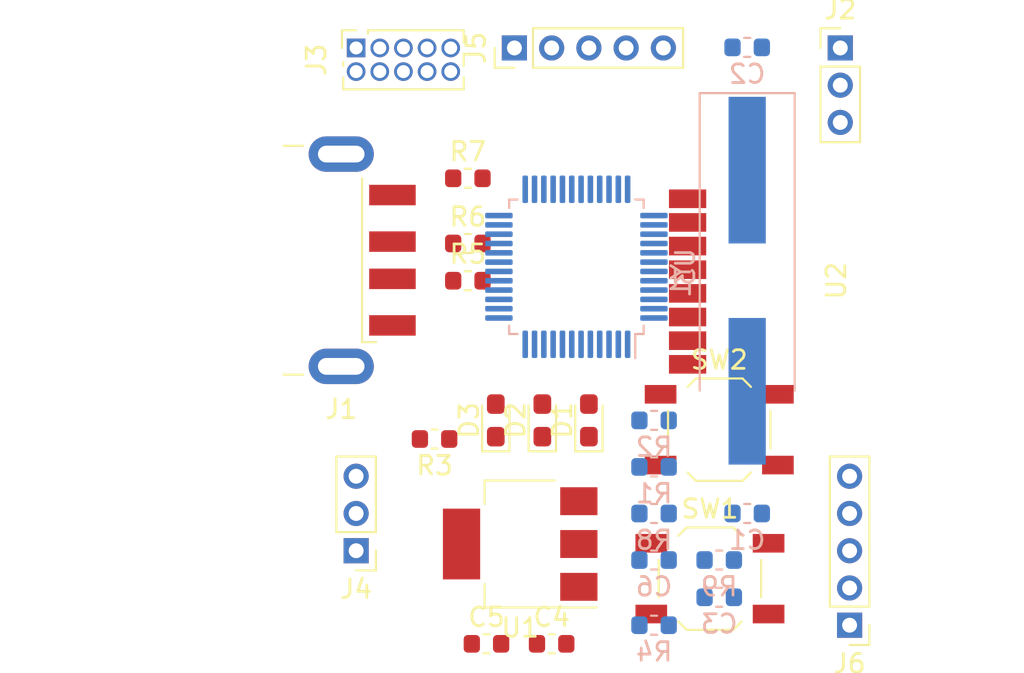
<source format=kicad_pcb>
(kicad_pcb (version 20171130) (host pcbnew 5.1.5-52549c5~86~ubuntu19.10.1)

  (general
    (thickness 1.6)
    (drawings 4)
    (tracks 0)
    (zones 0)
    (modules 30)
    (nets 55)
  )

  (page A4)
  (layers
    (0 F.Cu signal)
    (31 B.Cu signal)
    (32 B.Adhes user)
    (33 F.Adhes user)
    (34 B.Paste user hide)
    (35 F.Paste user hide)
    (36 B.SilkS user hide)
    (37 F.SilkS user hide)
    (38 B.Mask user)
    (39 F.Mask user)
    (40 Dwgs.User user)
    (41 Cmts.User user)
    (42 Eco1.User user)
    (43 Eco2.User user)
    (44 Edge.Cuts user)
    (45 Margin user)
    (46 B.CrtYd user)
    (47 F.CrtYd user)
    (48 B.Fab user)
    (49 F.Fab user hide)
  )

  (setup
    (last_trace_width 0.25)
    (trace_clearance 0.2)
    (zone_clearance 0.508)
    (zone_45_only no)
    (trace_min 0.2)
    (via_size 0.8)
    (via_drill 0.4)
    (via_min_size 0.4)
    (via_min_drill 0.3)
    (uvia_size 0.3)
    (uvia_drill 0.1)
    (uvias_allowed no)
    (uvia_min_size 0.2)
    (uvia_min_drill 0.1)
    (edge_width 0.05)
    (segment_width 0.2)
    (pcb_text_width 0.3)
    (pcb_text_size 1.5 1.5)
    (mod_edge_width 0.12)
    (mod_text_size 1 1)
    (mod_text_width 0.15)
    (pad_size 1.524 1.524)
    (pad_drill 0.762)
    (pad_to_mask_clearance 0.051)
    (solder_mask_min_width 0.25)
    (aux_axis_origin 0 0)
    (visible_elements FFFFFF7F)
    (pcbplotparams
      (layerselection 0x010fc_ffffffff)
      (usegerberextensions false)
      (usegerberattributes false)
      (usegerberadvancedattributes false)
      (creategerberjobfile false)
      (excludeedgelayer true)
      (linewidth 0.100000)
      (plotframeref false)
      (viasonmask false)
      (mode 1)
      (useauxorigin false)
      (hpglpennumber 1)
      (hpglpenspeed 20)
      (hpglpendiameter 15.000000)
      (psnegative false)
      (psa4output false)
      (plotreference true)
      (plotvalue true)
      (plotinvisibletext false)
      (padsonsilk false)
      (subtractmaskfromsilk false)
      (outputformat 1)
      (mirror false)
      (drillshape 1)
      (scaleselection 1)
      (outputdirectory ""))
  )

  (net 0 "")
  (net 1 GND)
  (net 2 "Net-(C1-Pad2)")
  (net 3 "Net-(C2-Pad2)")
  (net 4 "Net-(C3-Pad1)")
  (net 5 VCC)
  (net 6 "Net-(C6-Pad2)")
  (net 7 "Net-(D1-Pad2)")
  (net 8 "Net-(D1-Pad1)")
  (net 9 "Net-(D2-Pad1)")
  (net 10 "Net-(D2-Pad2)")
  (net 11 "Net-(D3-Pad1)")
  (net 12 "Net-(D3-Pad2)")
  (net 13 "Net-(J1-Pad2)")
  (net 14 "Net-(J1-Pad3)")
  (net 15 "Net-(J1-Pad1)")
  (net 16 /Debug_TX)
  (net 17 /Debug_RX)
  (net 18 "Net-(J3-Pad2)")
  (net 19 "Net-(J3-Pad4)")
  (net 20 "Net-(J3-Pad6)")
  (net 21 "Net-(J3-Pad7)")
  (net 22 "Net-(J3-Pad8)")
  (net 23 "Net-(J3-Pad9)")
  (net 24 "Net-(J3-Pad10)")
  (net 25 /PWM1)
  (net 26 /PWM2)
  (net 27 "Net-(J6-Pad3)")
  (net 28 "Net-(J6-Pad4)")
  (net 29 "Net-(J6-Pad5)")
  (net 30 /USB_D-)
  (net 31 /USB_D+)
  (net 32 "Net-(R8-Pad2)")
  (net 33 "Net-(U2-Pad3)")
  (net 34 "Net-(U2-Pad4)")
  (net 35 "Net-(U2-Pad5)")
  (net 36 "Net-(U2-Pad6)")
  (net 37 "Net-(U2-Pad7)")
  (net 38 "Net-(U2-Pad8)")
  (net 39 "Net-(U3-Pad1)")
  (net 40 "Net-(U3-Pad2)")
  (net 41 "Net-(U3-Pad3)")
  (net 42 "Net-(U3-Pad4)")
  (net 43 "Net-(U3-Pad14)")
  (net 44 "Net-(U3-Pad20)")
  (net 45 "Net-(U3-Pad31)")
  (net 46 "Net-(U3-Pad38)")
  (net 47 "Net-(U3-Pad39)")
  (net 48 "Net-(U3-Pad40)")
  (net 49 "Net-(U3-Pad41)")
  (net 50 "Net-(U3-Pad42)")
  (net 51 "Net-(U3-Pad43)")
  (net 52 "Net-(U3-Pad44)")
  (net 53 "Net-(U3-Pad45)")
  (net 54 "Net-(U3-Pad46)")

  (net_class Default "This is the default net class."
    (clearance 0.2)
    (trace_width 0.25)
    (via_dia 0.8)
    (via_drill 0.4)
    (uvia_dia 0.3)
    (uvia_drill 0.1)
    (add_net /Debug_RX)
    (add_net /Debug_TX)
    (add_net /PWM1)
    (add_net /PWM2)
    (add_net /USB_D+)
    (add_net /USB_D-)
    (add_net GND)
    (add_net "Net-(C1-Pad2)")
    (add_net "Net-(C2-Pad2)")
    (add_net "Net-(C3-Pad1)")
    (add_net "Net-(C6-Pad2)")
    (add_net "Net-(D1-Pad1)")
    (add_net "Net-(D1-Pad2)")
    (add_net "Net-(D2-Pad1)")
    (add_net "Net-(D2-Pad2)")
    (add_net "Net-(D3-Pad1)")
    (add_net "Net-(D3-Pad2)")
    (add_net "Net-(J1-Pad1)")
    (add_net "Net-(J1-Pad2)")
    (add_net "Net-(J1-Pad3)")
    (add_net "Net-(J3-Pad10)")
    (add_net "Net-(J3-Pad2)")
    (add_net "Net-(J3-Pad4)")
    (add_net "Net-(J3-Pad6)")
    (add_net "Net-(J3-Pad7)")
    (add_net "Net-(J3-Pad8)")
    (add_net "Net-(J3-Pad9)")
    (add_net "Net-(J6-Pad3)")
    (add_net "Net-(J6-Pad4)")
    (add_net "Net-(J6-Pad5)")
    (add_net "Net-(R8-Pad2)")
    (add_net "Net-(U2-Pad3)")
    (add_net "Net-(U2-Pad4)")
    (add_net "Net-(U2-Pad5)")
    (add_net "Net-(U2-Pad6)")
    (add_net "Net-(U2-Pad7)")
    (add_net "Net-(U2-Pad8)")
    (add_net "Net-(U3-Pad1)")
    (add_net "Net-(U3-Pad14)")
    (add_net "Net-(U3-Pad2)")
    (add_net "Net-(U3-Pad20)")
    (add_net "Net-(U3-Pad3)")
    (add_net "Net-(U3-Pad31)")
    (add_net "Net-(U3-Pad38)")
    (add_net "Net-(U3-Pad39)")
    (add_net "Net-(U3-Pad4)")
    (add_net "Net-(U3-Pad40)")
    (add_net "Net-(U3-Pad41)")
    (add_net "Net-(U3-Pad42)")
    (add_net "Net-(U3-Pad43)")
    (add_net "Net-(U3-Pad44)")
    (add_net "Net-(U3-Pad45)")
    (add_net "Net-(U3-Pad46)")
    (add_net VCC)
  )

  (module Capacitor_SMD:C_0603_1608Metric (layer B.Cu) (tedit 5B301BBE) (tstamp 5E8A627E)
    (at 143 102.5)
    (descr "Capacitor SMD 0603 (1608 Metric), square (rectangular) end terminal, IPC_7351 nominal, (Body size source: http://www.tortai-tech.com/upload/download/2011102023233369053.pdf), generated with kicad-footprint-generator")
    (tags capacitor)
    (path /5E7FCD2B)
    (attr smd)
    (fp_text reference C1 (at 0 1.43) (layer B.SilkS)
      (effects (font (size 1 1) (thickness 0.15)) (justify mirror))
    )
    (fp_text value C (at 0 -1.43) (layer B.Fab)
      (effects (font (size 1 1) (thickness 0.15)) (justify mirror))
    )
    (fp_line (start -0.8 -0.4) (end -0.8 0.4) (layer B.Fab) (width 0.1))
    (fp_line (start -0.8 0.4) (end 0.8 0.4) (layer B.Fab) (width 0.1))
    (fp_line (start 0.8 0.4) (end 0.8 -0.4) (layer B.Fab) (width 0.1))
    (fp_line (start 0.8 -0.4) (end -0.8 -0.4) (layer B.Fab) (width 0.1))
    (fp_line (start -0.162779 0.51) (end 0.162779 0.51) (layer B.SilkS) (width 0.12))
    (fp_line (start -0.162779 -0.51) (end 0.162779 -0.51) (layer B.SilkS) (width 0.12))
    (fp_line (start -1.48 -0.73) (end -1.48 0.73) (layer B.CrtYd) (width 0.05))
    (fp_line (start -1.48 0.73) (end 1.48 0.73) (layer B.CrtYd) (width 0.05))
    (fp_line (start 1.48 0.73) (end 1.48 -0.73) (layer B.CrtYd) (width 0.05))
    (fp_line (start 1.48 -0.73) (end -1.48 -0.73) (layer B.CrtYd) (width 0.05))
    (fp_text user %R (at 0 0) (layer B.Fab)
      (effects (font (size 0.4 0.4) (thickness 0.06)) (justify mirror))
    )
    (pad 1 smd roundrect (at -0.7875 0) (size 0.875 0.95) (layers B.Cu B.Paste B.Mask) (roundrect_rratio 0.25)
      (net 1 GND))
    (pad 2 smd roundrect (at 0.7875 0) (size 0.875 0.95) (layers B.Cu B.Paste B.Mask) (roundrect_rratio 0.25)
      (net 2 "Net-(C1-Pad2)"))
    (model ${KISYS3DMOD}/Capacitor_SMD.3dshapes/C_0603_1608Metric.wrl
      (at (xyz 0 0 0))
      (scale (xyz 1 1 1))
      (rotate (xyz 0 0 0))
    )
  )

  (module Capacitor_SMD:C_0603_1608Metric (layer B.Cu) (tedit 5B301BBE) (tstamp 5E8A8D49)
    (at 143 77.47)
    (descr "Capacitor SMD 0603 (1608 Metric), square (rectangular) end terminal, IPC_7351 nominal, (Body size source: http://www.tortai-tech.com/upload/download/2011102023233369053.pdf), generated with kicad-footprint-generator")
    (tags capacitor)
    (path /5E7FD43F)
    (attr smd)
    (fp_text reference C2 (at 0 1.43) (layer B.SilkS)
      (effects (font (size 1 1) (thickness 0.15)) (justify mirror))
    )
    (fp_text value C (at 0 -1.43) (layer B.Fab)
      (effects (font (size 1 1) (thickness 0.15)) (justify mirror))
    )
    (fp_text user %R (at 0 0) (layer B.Fab)
      (effects (font (size 0.4 0.4) (thickness 0.06)) (justify mirror))
    )
    (fp_line (start 1.48 -0.73) (end -1.48 -0.73) (layer B.CrtYd) (width 0.05))
    (fp_line (start 1.48 0.73) (end 1.48 -0.73) (layer B.CrtYd) (width 0.05))
    (fp_line (start -1.48 0.73) (end 1.48 0.73) (layer B.CrtYd) (width 0.05))
    (fp_line (start -1.48 -0.73) (end -1.48 0.73) (layer B.CrtYd) (width 0.05))
    (fp_line (start -0.162779 -0.51) (end 0.162779 -0.51) (layer B.SilkS) (width 0.12))
    (fp_line (start -0.162779 0.51) (end 0.162779 0.51) (layer B.SilkS) (width 0.12))
    (fp_line (start 0.8 -0.4) (end -0.8 -0.4) (layer B.Fab) (width 0.1))
    (fp_line (start 0.8 0.4) (end 0.8 -0.4) (layer B.Fab) (width 0.1))
    (fp_line (start -0.8 0.4) (end 0.8 0.4) (layer B.Fab) (width 0.1))
    (fp_line (start -0.8 -0.4) (end -0.8 0.4) (layer B.Fab) (width 0.1))
    (pad 2 smd roundrect (at 0.7875 0) (size 0.875 0.95) (layers B.Cu B.Paste B.Mask) (roundrect_rratio 0.25)
      (net 3 "Net-(C2-Pad2)"))
    (pad 1 smd roundrect (at -0.7875 0) (size 0.875 0.95) (layers B.Cu B.Paste B.Mask) (roundrect_rratio 0.25)
      (net 1 GND))
    (model ${KISYS3DMOD}/Capacitor_SMD.3dshapes/C_0603_1608Metric.wrl
      (at (xyz 0 0 0))
      (scale (xyz 1 1 1))
      (rotate (xyz 0 0 0))
    )
  )

  (module Capacitor_SMD:C_0603_1608Metric (layer B.Cu) (tedit 5B301BBE) (tstamp 5E8A62A0)
    (at 141.5 107)
    (descr "Capacitor SMD 0603 (1608 Metric), square (rectangular) end terminal, IPC_7351 nominal, (Body size source: http://www.tortai-tech.com/upload/download/2011102023233369053.pdf), generated with kicad-footprint-generator")
    (tags capacitor)
    (path /5E9B062C)
    (attr smd)
    (fp_text reference C3 (at 0 1.43) (layer B.SilkS)
      (effects (font (size 1 1) (thickness 0.15)) (justify mirror))
    )
    (fp_text value C (at 0 -1.43) (layer B.Fab)
      (effects (font (size 1 1) (thickness 0.15)) (justify mirror))
    )
    (fp_line (start -0.8 -0.4) (end -0.8 0.4) (layer B.Fab) (width 0.1))
    (fp_line (start -0.8 0.4) (end 0.8 0.4) (layer B.Fab) (width 0.1))
    (fp_line (start 0.8 0.4) (end 0.8 -0.4) (layer B.Fab) (width 0.1))
    (fp_line (start 0.8 -0.4) (end -0.8 -0.4) (layer B.Fab) (width 0.1))
    (fp_line (start -0.162779 0.51) (end 0.162779 0.51) (layer B.SilkS) (width 0.12))
    (fp_line (start -0.162779 -0.51) (end 0.162779 -0.51) (layer B.SilkS) (width 0.12))
    (fp_line (start -1.48 -0.73) (end -1.48 0.73) (layer B.CrtYd) (width 0.05))
    (fp_line (start -1.48 0.73) (end 1.48 0.73) (layer B.CrtYd) (width 0.05))
    (fp_line (start 1.48 0.73) (end 1.48 -0.73) (layer B.CrtYd) (width 0.05))
    (fp_line (start 1.48 -0.73) (end -1.48 -0.73) (layer B.CrtYd) (width 0.05))
    (fp_text user %R (at 0 0) (layer B.Fab)
      (effects (font (size 0.4 0.4) (thickness 0.06)) (justify mirror))
    )
    (pad 1 smd roundrect (at -0.7875 0) (size 0.875 0.95) (layers B.Cu B.Paste B.Mask) (roundrect_rratio 0.25)
      (net 4 "Net-(C3-Pad1)"))
    (pad 2 smd roundrect (at 0.7875 0) (size 0.875 0.95) (layers B.Cu B.Paste B.Mask) (roundrect_rratio 0.25)
      (net 1 GND))
    (model ${KISYS3DMOD}/Capacitor_SMD.3dshapes/C_0603_1608Metric.wrl
      (at (xyz 0 0 0))
      (scale (xyz 1 1 1))
      (rotate (xyz 0 0 0))
    )
  )

  (module Capacitor_SMD:C_0603_1608Metric (layer F.Cu) (tedit 5B301BBE) (tstamp 5E8A62B1)
    (at 132.5 109.5)
    (descr "Capacitor SMD 0603 (1608 Metric), square (rectangular) end terminal, IPC_7351 nominal, (Body size source: http://www.tortai-tech.com/upload/download/2011102023233369053.pdf), generated with kicad-footprint-generator")
    (tags capacitor)
    (path /5EA261B2)
    (attr smd)
    (fp_text reference C4 (at 0 -1.43) (layer F.SilkS)
      (effects (font (size 1 1) (thickness 0.15)))
    )
    (fp_text value C (at 0 1.43) (layer F.Fab)
      (effects (font (size 1 1) (thickness 0.15)))
    )
    (fp_text user %R (at 0 0) (layer F.Fab)
      (effects (font (size 0.4 0.4) (thickness 0.06)))
    )
    (fp_line (start 1.48 0.73) (end -1.48 0.73) (layer F.CrtYd) (width 0.05))
    (fp_line (start 1.48 -0.73) (end 1.48 0.73) (layer F.CrtYd) (width 0.05))
    (fp_line (start -1.48 -0.73) (end 1.48 -0.73) (layer F.CrtYd) (width 0.05))
    (fp_line (start -1.48 0.73) (end -1.48 -0.73) (layer F.CrtYd) (width 0.05))
    (fp_line (start -0.162779 0.51) (end 0.162779 0.51) (layer F.SilkS) (width 0.12))
    (fp_line (start -0.162779 -0.51) (end 0.162779 -0.51) (layer F.SilkS) (width 0.12))
    (fp_line (start 0.8 0.4) (end -0.8 0.4) (layer F.Fab) (width 0.1))
    (fp_line (start 0.8 -0.4) (end 0.8 0.4) (layer F.Fab) (width 0.1))
    (fp_line (start -0.8 -0.4) (end 0.8 -0.4) (layer F.Fab) (width 0.1))
    (fp_line (start -0.8 0.4) (end -0.8 -0.4) (layer F.Fab) (width 0.1))
    (pad 2 smd roundrect (at 0.7875 0) (size 0.875 0.95) (layers F.Cu F.Paste F.Mask) (roundrect_rratio 0.25)
      (net 5 VCC))
    (pad 1 smd roundrect (at -0.7875 0) (size 0.875 0.95) (layers F.Cu F.Paste F.Mask) (roundrect_rratio 0.25)
      (net 1 GND))
    (model ${KISYS3DMOD}/Capacitor_SMD.3dshapes/C_0603_1608Metric.wrl
      (at (xyz 0 0 0))
      (scale (xyz 1 1 1))
      (rotate (xyz 0 0 0))
    )
  )

  (module Capacitor_SMD:C_0603_1608Metric (layer F.Cu) (tedit 5B301BBE) (tstamp 5E8A62C2)
    (at 129 109.5)
    (descr "Capacitor SMD 0603 (1608 Metric), square (rectangular) end terminal, IPC_7351 nominal, (Body size source: http://www.tortai-tech.com/upload/download/2011102023233369053.pdf), generated with kicad-footprint-generator")
    (tags capacitor)
    (path /5EA255A1)
    (attr smd)
    (fp_text reference C5 (at 0 -1.43) (layer F.SilkS)
      (effects (font (size 1 1) (thickness 0.15)))
    )
    (fp_text value C (at 0 1.43) (layer F.Fab)
      (effects (font (size 1 1) (thickness 0.15)))
    )
    (fp_line (start -0.8 0.4) (end -0.8 -0.4) (layer F.Fab) (width 0.1))
    (fp_line (start -0.8 -0.4) (end 0.8 -0.4) (layer F.Fab) (width 0.1))
    (fp_line (start 0.8 -0.4) (end 0.8 0.4) (layer F.Fab) (width 0.1))
    (fp_line (start 0.8 0.4) (end -0.8 0.4) (layer F.Fab) (width 0.1))
    (fp_line (start -0.162779 -0.51) (end 0.162779 -0.51) (layer F.SilkS) (width 0.12))
    (fp_line (start -0.162779 0.51) (end 0.162779 0.51) (layer F.SilkS) (width 0.12))
    (fp_line (start -1.48 0.73) (end -1.48 -0.73) (layer F.CrtYd) (width 0.05))
    (fp_line (start -1.48 -0.73) (end 1.48 -0.73) (layer F.CrtYd) (width 0.05))
    (fp_line (start 1.48 -0.73) (end 1.48 0.73) (layer F.CrtYd) (width 0.05))
    (fp_line (start 1.48 0.73) (end -1.48 0.73) (layer F.CrtYd) (width 0.05))
    (fp_text user %R (at 0 0) (layer F.Fab)
      (effects (font (size 0.4 0.4) (thickness 0.06)))
    )
    (pad 1 smd roundrect (at -0.7875 0) (size 0.875 0.95) (layers F.Cu F.Paste F.Mask) (roundrect_rratio 0.25)
      (net 1 GND))
    (pad 2 smd roundrect (at 0.7875 0) (size 0.875 0.95) (layers F.Cu F.Paste F.Mask) (roundrect_rratio 0.25)
      (net 5 VCC))
    (model ${KISYS3DMOD}/Capacitor_SMD.3dshapes/C_0603_1608Metric.wrl
      (at (xyz 0 0 0))
      (scale (xyz 1 1 1))
      (rotate (xyz 0 0 0))
    )
  )

  (module Capacitor_SMD:C_0603_1608Metric (layer B.Cu) (tedit 5B301BBE) (tstamp 5E8A7C67)
    (at 138 105)
    (descr "Capacitor SMD 0603 (1608 Metric), square (rectangular) end terminal, IPC_7351 nominal, (Body size source: http://www.tortai-tech.com/upload/download/2011102023233369053.pdf), generated with kicad-footprint-generator")
    (tags capacitor)
    (path /5EA0563E)
    (attr smd)
    (fp_text reference C6 (at 0 1.43) (layer B.SilkS)
      (effects (font (size 1 1) (thickness 0.15)) (justify mirror))
    )
    (fp_text value C (at 0 -1.43) (layer B.Fab)
      (effects (font (size 1 1) (thickness 0.15)) (justify mirror))
    )
    (fp_text user %R (at 0 0) (layer B.Fab)
      (effects (font (size 0.4 0.4) (thickness 0.06)) (justify mirror))
    )
    (fp_line (start 1.48 -0.73) (end -1.48 -0.73) (layer B.CrtYd) (width 0.05))
    (fp_line (start 1.48 0.73) (end 1.48 -0.73) (layer B.CrtYd) (width 0.05))
    (fp_line (start -1.48 0.73) (end 1.48 0.73) (layer B.CrtYd) (width 0.05))
    (fp_line (start -1.48 -0.73) (end -1.48 0.73) (layer B.CrtYd) (width 0.05))
    (fp_line (start -0.162779 -0.51) (end 0.162779 -0.51) (layer B.SilkS) (width 0.12))
    (fp_line (start -0.162779 0.51) (end 0.162779 0.51) (layer B.SilkS) (width 0.12))
    (fp_line (start 0.8 -0.4) (end -0.8 -0.4) (layer B.Fab) (width 0.1))
    (fp_line (start 0.8 0.4) (end 0.8 -0.4) (layer B.Fab) (width 0.1))
    (fp_line (start -0.8 0.4) (end 0.8 0.4) (layer B.Fab) (width 0.1))
    (fp_line (start -0.8 -0.4) (end -0.8 0.4) (layer B.Fab) (width 0.1))
    (pad 2 smd roundrect (at 0.7875 0) (size 0.875 0.95) (layers B.Cu B.Paste B.Mask) (roundrect_rratio 0.25)
      (net 6 "Net-(C6-Pad2)"))
    (pad 1 smd roundrect (at -0.7875 0) (size 0.875 0.95) (layers B.Cu B.Paste B.Mask) (roundrect_rratio 0.25)
      (net 5 VCC))
    (model ${KISYS3DMOD}/Capacitor_SMD.3dshapes/C_0603_1608Metric.wrl
      (at (xyz 0 0 0))
      (scale (xyz 1 1 1))
      (rotate (xyz 0 0 0))
    )
  )

  (module LED_SMD:LED_0603_1608Metric_Pad1.05x0.95mm_HandSolder (layer F.Cu) (tedit 5B4B45C9) (tstamp 5E8A62E6)
    (at 134.5 97.5 90)
    (descr "LED SMD 0603 (1608 Metric), square (rectangular) end terminal, IPC_7351 nominal, (Body size source: http://www.tortai-tech.com/upload/download/2011102023233369053.pdf), generated with kicad-footprint-generator")
    (tags "LED handsolder")
    (path /5E7FDC7D)
    (attr smd)
    (fp_text reference D1 (at 0 -1.43 90) (layer F.SilkS)
      (effects (font (size 1 1) (thickness 0.15)))
    )
    (fp_text value LED (at 0 1.43 90) (layer F.Fab)
      (effects (font (size 1 1) (thickness 0.15)))
    )
    (fp_text user %R (at 0 0 90) (layer F.Fab)
      (effects (font (size 0.4 0.4) (thickness 0.06)))
    )
    (fp_line (start 1.65 0.73) (end -1.65 0.73) (layer F.CrtYd) (width 0.05))
    (fp_line (start 1.65 -0.73) (end 1.65 0.73) (layer F.CrtYd) (width 0.05))
    (fp_line (start -1.65 -0.73) (end 1.65 -0.73) (layer F.CrtYd) (width 0.05))
    (fp_line (start -1.65 0.73) (end -1.65 -0.73) (layer F.CrtYd) (width 0.05))
    (fp_line (start -1.66 0.735) (end 0.8 0.735) (layer F.SilkS) (width 0.12))
    (fp_line (start -1.66 -0.735) (end -1.66 0.735) (layer F.SilkS) (width 0.12))
    (fp_line (start 0.8 -0.735) (end -1.66 -0.735) (layer F.SilkS) (width 0.12))
    (fp_line (start 0.8 0.4) (end 0.8 -0.4) (layer F.Fab) (width 0.1))
    (fp_line (start -0.8 0.4) (end 0.8 0.4) (layer F.Fab) (width 0.1))
    (fp_line (start -0.8 -0.1) (end -0.8 0.4) (layer F.Fab) (width 0.1))
    (fp_line (start -0.5 -0.4) (end -0.8 -0.1) (layer F.Fab) (width 0.1))
    (fp_line (start 0.8 -0.4) (end -0.5 -0.4) (layer F.Fab) (width 0.1))
    (pad 2 smd roundrect (at 0.875 0 90) (size 1.05 0.95) (layers F.Cu F.Paste F.Mask) (roundrect_rratio 0.25)
      (net 7 "Net-(D1-Pad2)"))
    (pad 1 smd roundrect (at -0.875 0 90) (size 1.05 0.95) (layers F.Cu F.Paste F.Mask) (roundrect_rratio 0.25)
      (net 8 "Net-(D1-Pad1)"))
    (model ${KISYS3DMOD}/LED_SMD.3dshapes/LED_0603_1608Metric.wrl
      (at (xyz 0 0 0))
      (scale (xyz 1 1 1))
      (rotate (xyz 0 0 0))
    )
  )

  (module LED_SMD:LED_0603_1608Metric_Pad1.05x0.95mm_HandSolder (layer F.Cu) (tedit 5B4B45C9) (tstamp 5E8A62F9)
    (at 132 97.5 90)
    (descr "LED SMD 0603 (1608 Metric), square (rectangular) end terminal, IPC_7351 nominal, (Body size source: http://www.tortai-tech.com/upload/download/2011102023233369053.pdf), generated with kicad-footprint-generator")
    (tags "LED handsolder")
    (path /5E886980)
    (attr smd)
    (fp_text reference D2 (at 0 -1.43 90) (layer F.SilkS)
      (effects (font (size 1 1) (thickness 0.15)))
    )
    (fp_text value LED (at 0 1.43 90) (layer F.Fab)
      (effects (font (size 1 1) (thickness 0.15)))
    )
    (fp_line (start 0.8 -0.4) (end -0.5 -0.4) (layer F.Fab) (width 0.1))
    (fp_line (start -0.5 -0.4) (end -0.8 -0.1) (layer F.Fab) (width 0.1))
    (fp_line (start -0.8 -0.1) (end -0.8 0.4) (layer F.Fab) (width 0.1))
    (fp_line (start -0.8 0.4) (end 0.8 0.4) (layer F.Fab) (width 0.1))
    (fp_line (start 0.8 0.4) (end 0.8 -0.4) (layer F.Fab) (width 0.1))
    (fp_line (start 0.8 -0.735) (end -1.66 -0.735) (layer F.SilkS) (width 0.12))
    (fp_line (start -1.66 -0.735) (end -1.66 0.735) (layer F.SilkS) (width 0.12))
    (fp_line (start -1.66 0.735) (end 0.8 0.735) (layer F.SilkS) (width 0.12))
    (fp_line (start -1.65 0.73) (end -1.65 -0.73) (layer F.CrtYd) (width 0.05))
    (fp_line (start -1.65 -0.73) (end 1.65 -0.73) (layer F.CrtYd) (width 0.05))
    (fp_line (start 1.65 -0.73) (end 1.65 0.73) (layer F.CrtYd) (width 0.05))
    (fp_line (start 1.65 0.73) (end -1.65 0.73) (layer F.CrtYd) (width 0.05))
    (fp_text user %R (at 0 0 90) (layer F.Fab)
      (effects (font (size 0.4 0.4) (thickness 0.06)))
    )
    (pad 1 smd roundrect (at -0.875 0 90) (size 1.05 0.95) (layers F.Cu F.Paste F.Mask) (roundrect_rratio 0.25)
      (net 9 "Net-(D2-Pad1)"))
    (pad 2 smd roundrect (at 0.875 0 90) (size 1.05 0.95) (layers F.Cu F.Paste F.Mask) (roundrect_rratio 0.25)
      (net 10 "Net-(D2-Pad2)"))
    (model ${KISYS3DMOD}/LED_SMD.3dshapes/LED_0603_1608Metric.wrl
      (at (xyz 0 0 0))
      (scale (xyz 1 1 1))
      (rotate (xyz 0 0 0))
    )
  )

  (module LED_SMD:LED_0603_1608Metric_Pad1.05x0.95mm_HandSolder (layer F.Cu) (tedit 5B4B45C9) (tstamp 5E8A83C3)
    (at 129.5 97.5 90)
    (descr "LED SMD 0603 (1608 Metric), square (rectangular) end terminal, IPC_7351 nominal, (Body size source: http://www.tortai-tech.com/upload/download/2011102023233369053.pdf), generated with kicad-footprint-generator")
    (tags "LED handsolder")
    (path /5E889968)
    (attr smd)
    (fp_text reference D3 (at 0 -1.43 90) (layer F.SilkS)
      (effects (font (size 1 1) (thickness 0.15)))
    )
    (fp_text value LED (at 0 1.43 90) (layer F.Fab)
      (effects (font (size 1 1) (thickness 0.15)))
    )
    (fp_line (start 0.8 -0.4) (end -0.5 -0.4) (layer F.Fab) (width 0.1))
    (fp_line (start -0.5 -0.4) (end -0.8 -0.1) (layer F.Fab) (width 0.1))
    (fp_line (start -0.8 -0.1) (end -0.8 0.4) (layer F.Fab) (width 0.1))
    (fp_line (start -0.8 0.4) (end 0.8 0.4) (layer F.Fab) (width 0.1))
    (fp_line (start 0.8 0.4) (end 0.8 -0.4) (layer F.Fab) (width 0.1))
    (fp_line (start 0.8 -0.735) (end -1.66 -0.735) (layer F.SilkS) (width 0.12))
    (fp_line (start -1.66 -0.735) (end -1.66 0.735) (layer F.SilkS) (width 0.12))
    (fp_line (start -1.66 0.735) (end 0.8 0.735) (layer F.SilkS) (width 0.12))
    (fp_line (start -1.65 0.73) (end -1.65 -0.73) (layer F.CrtYd) (width 0.05))
    (fp_line (start -1.65 -0.73) (end 1.65 -0.73) (layer F.CrtYd) (width 0.05))
    (fp_line (start 1.65 -0.73) (end 1.65 0.73) (layer F.CrtYd) (width 0.05))
    (fp_line (start 1.65 0.73) (end -1.65 0.73) (layer F.CrtYd) (width 0.05))
    (fp_text user %R (at 0 0 90) (layer F.Fab)
      (effects (font (size 0.4 0.4) (thickness 0.06)))
    )
    (pad 1 smd roundrect (at -0.875 0 90) (size 1.05 0.95) (layers F.Cu F.Paste F.Mask) (roundrect_rratio 0.25)
      (net 11 "Net-(D3-Pad1)"))
    (pad 2 smd roundrect (at 0.875 0 90) (size 1.05 0.95) (layers F.Cu F.Paste F.Mask) (roundrect_rratio 0.25)
      (net 12 "Net-(D3-Pad2)"))
    (model ${KISYS3DMOD}/LED_SMD.3dshapes/LED_0603_1608Metric.wrl
      (at (xyz 0 0 0))
      (scale (xyz 1 1 1))
      (rotate (xyz 0 0 0))
    )
  )

  (module Connector_USB:USB_A_CNCTech_1001-011-01101_Horizontal (layer F.Cu) (tedit 5E754393) (tstamp 5E8A6340)
    (at 114.3 88.9 180)
    (descr "USB type A Plug, Horizontal, http://cnctech.us/pdfs/1001-011-01101.pdf")
    (tags USB-A)
    (path /5E80CD14)
    (attr smd)
    (fp_text reference J1 (at -6.9 -8) (layer F.SilkS)
      (effects (font (size 1 1) (thickness 0.15)))
    )
    (fp_text value PC_USB (at 0 8 180) (layer F.Fab)
      (effects (font (size 1 1) (thickness 0.15)))
    )
    (fp_line (start -7.9 6.025) (end -7.9 -6.025) (layer F.Fab) (width 0.1))
    (fp_line (start -7.9 -6.025) (end 10.9 -6.025) (layer F.Fab) (width 0.1))
    (fp_line (start -7.9 6.025) (end 10.9 6.025) (layer F.Fab) (width 0.1))
    (fp_line (start 10.9 6.025) (end 10.9 -6.025) (layer F.Fab) (width 0.1))
    (fp_line (start -10.4 3.75) (end -10.4 3.25) (layer F.Fab) (width 0.1))
    (fp_line (start -10.4 3.25) (end -7.9 3.25) (layer F.Fab) (width 0.1))
    (fp_line (start -10.4 3.75) (end -7.9 3.75) (layer F.Fab) (width 0.1))
    (fp_line (start -10.4 0.75) (end -7.9 0.75) (layer F.Fab) (width 0.1))
    (fp_line (start -10.4 1.25) (end -10.4 0.75) (layer F.Fab) (width 0.1))
    (fp_line (start -10.4 1.25) (end -7.9 1.25) (layer F.Fab) (width 0.1))
    (fp_line (start -10.4 -0.75) (end -10.4 -1.25) (layer F.Fab) (width 0.1))
    (fp_line (start -10.4 -0.75) (end -7.9 -0.75) (layer F.Fab) (width 0.1))
    (fp_line (start -10.4 -1.25) (end -7.9 -1.25) (layer F.Fab) (width 0.1))
    (fp_line (start -10.4 -3.75) (end -7.9 -3.75) (layer F.Fab) (width 0.1))
    (fp_line (start -10.4 -3.25) (end -10.4 -3.75) (layer F.Fab) (width 0.1))
    (fp_line (start -10.4 -3.25) (end -7.9 -3.25) (layer F.Fab) (width 0.1))
    (fp_circle (center -6.9 -2.3) (end -6.9 -2.8) (layer F.Fab) (width 0.1))
    (fp_circle (center -6.9 2.3) (end -6.9 2.8) (layer F.Fab) (width 0.1))
    (fp_line (start -8.02 -4.4) (end -8.02 4.4) (layer F.SilkS) (width 0.12))
    (fp_line (start -3.8 6.025) (end -3.8 -6.025) (layer Dwgs.User) (width 0.1))
    (fp_text user "PCB Edge" (at -4.55 -0.05 90) (layer Dwgs.User)
      (effects (font (size 0.6 0.6) (thickness 0.09)))
    )
    (fp_line (start -4.85 -6.145) (end -3.8 -6.145) (layer F.SilkS) (width 0.12))
    (fp_line (start -4.85 6.145) (end -3.8 6.145) (layer F.SilkS) (width 0.12))
    (fp_line (start -11.4 4.55) (end -11.4 -4.55) (layer F.CrtYd) (width 0.05))
    (fp_line (start -11.4 -4.55) (end -9.15 -4.55) (layer F.CrtYd) (width 0.05))
    (fp_line (start -9.15 -7.15) (end -9.15 -4.55) (layer F.CrtYd) (width 0.05))
    (fp_line (start -9.15 -7.15) (end -4.65 -7.15) (layer F.CrtYd) (width 0.05))
    (fp_line (start -4.65 -6.52) (end -4.65 -7.15) (layer F.CrtYd) (width 0.05))
    (fp_line (start -4.65 -6.52) (end 11.4 -6.52) (layer F.CrtYd) (width 0.05))
    (fp_line (start 11.4 6.52) (end 11.4 -6.52) (layer F.CrtYd) (width 0.05))
    (fp_text user %R (at -6 0 90) (layer F.Fab)
      (effects (font (size 1 1) (thickness 0.15)))
    )
    (fp_line (start -4.65 6.52) (end 11.4 6.52) (layer F.CrtYd) (width 0.05))
    (fp_line (start -4.65 7.15) (end -4.65 6.52) (layer F.CrtYd) (width 0.05))
    (fp_line (start -9.15 7.15) (end -4.65 7.15) (layer F.CrtYd) (width 0.05))
    (fp_line (start -9.15 4.55) (end -9.15 7.15) (layer F.CrtYd) (width 0.05))
    (fp_line (start -11.4 4.55) (end -9.15 4.55) (layer F.CrtYd) (width 0.05))
    (fp_line (start -8.02 -4.4) (end -8.775 -4.4) (layer F.SilkS) (width 0.12))
    (fp_line (start -7.75 -3.5) (end -7.25 -3) (layer F.Fab) (width 0.1))
    (fp_line (start -7.75 -3.5) (end -7.25 -4) (layer F.Fab) (width 0.1))
    (fp_line (start -7.25 -4) (end -7.25 -3.05) (layer F.Fab) (width 0.1))
    (pad 2 smd rect (at -9.65 -1 180) (size 2.5 1.1) (layers F.Cu F.Paste F.Mask)
      (net 13 "Net-(J1-Pad2)"))
    (pad 3 smd rect (at -9.65 1 180) (size 2.5 1.1) (layers F.Cu F.Paste F.Mask)
      (net 14 "Net-(J1-Pad3)"))
    (pad 1 smd rect (at -9.65 -3.5 180) (size 2.5 1.1) (layers F.Cu F.Paste F.Mask)
      (net 15 "Net-(J1-Pad1)"))
    (pad 4 smd rect (at -9.65 3.5 180) (size 2.5 1.1) (layers F.Cu F.Paste F.Mask)
      (net 1 GND))
    (pad 5 thru_hole oval (at -6.9 -5.7 180) (size 3.5 1.9) (drill oval 2.5 0.9) (layers *.Cu *.Mask)
      (net 1 GND))
    (pad 5 thru_hole oval (at -6.9 5.7 180) (size 3.5 1.9) (drill oval 2.5 0.9) (layers *.Cu *.Mask)
      (net 1 GND))
    (pad "" np_thru_hole circle (at -6.9 -2.3 180) (size 1.1 1.1) (drill 1.1) (layers *.Cu *.Mask))
    (pad "" np_thru_hole circle (at -6.9 2.3 180) (size 1.1 1.1) (drill 1.1) (layers *.Cu *.Mask))
    (model ${KISYS3DMOD}/Connector_USB.3dshapes/USB_A_CNCTech_1001-011-01101_Horizontal.wrl
      (at (xyz 0 0 0))
      (scale (xyz 1 1 1))
      (rotate (xyz 0 0 0))
    )
  )

  (module Connector_PinHeader_2.00mm:PinHeader_1x03_P2.00mm_Vertical (layer F.Cu) (tedit 59FED667) (tstamp 5E8A6357)
    (at 148 77.5)
    (descr "Through hole straight pin header, 1x03, 2.00mm pitch, single row")
    (tags "Through hole pin header THT 1x03 2.00mm single row")
    (path /5E8AC62B)
    (fp_text reference J2 (at 0 -2.06) (layer F.SilkS)
      (effects (font (size 1 1) (thickness 0.15)))
    )
    (fp_text value Debug_UART (at 0 6.06) (layer F.Fab)
      (effects (font (size 1 1) (thickness 0.15)))
    )
    (fp_line (start -0.5 -1) (end 1 -1) (layer F.Fab) (width 0.1))
    (fp_line (start 1 -1) (end 1 5) (layer F.Fab) (width 0.1))
    (fp_line (start 1 5) (end -1 5) (layer F.Fab) (width 0.1))
    (fp_line (start -1 5) (end -1 -0.5) (layer F.Fab) (width 0.1))
    (fp_line (start -1 -0.5) (end -0.5 -1) (layer F.Fab) (width 0.1))
    (fp_line (start -1.06 5.06) (end 1.06 5.06) (layer F.SilkS) (width 0.12))
    (fp_line (start -1.06 1) (end -1.06 5.06) (layer F.SilkS) (width 0.12))
    (fp_line (start 1.06 1) (end 1.06 5.06) (layer F.SilkS) (width 0.12))
    (fp_line (start -1.06 1) (end 1.06 1) (layer F.SilkS) (width 0.12))
    (fp_line (start -1.06 0) (end -1.06 -1.06) (layer F.SilkS) (width 0.12))
    (fp_line (start -1.06 -1.06) (end 0 -1.06) (layer F.SilkS) (width 0.12))
    (fp_line (start -1.5 -1.5) (end -1.5 5.5) (layer F.CrtYd) (width 0.05))
    (fp_line (start -1.5 5.5) (end 1.5 5.5) (layer F.CrtYd) (width 0.05))
    (fp_line (start 1.5 5.5) (end 1.5 -1.5) (layer F.CrtYd) (width 0.05))
    (fp_line (start 1.5 -1.5) (end -1.5 -1.5) (layer F.CrtYd) (width 0.05))
    (fp_text user %R (at 0 2 90) (layer F.Fab)
      (effects (font (size 1 1) (thickness 0.15)))
    )
    (pad 1 thru_hole rect (at 0 0) (size 1.35 1.35) (drill 0.8) (layers *.Cu *.Mask)
      (net 16 /Debug_TX))
    (pad 2 thru_hole oval (at 0 2) (size 1.35 1.35) (drill 0.8) (layers *.Cu *.Mask)
      (net 17 /Debug_RX))
    (pad 3 thru_hole oval (at 0 4) (size 1.35 1.35) (drill 0.8) (layers *.Cu *.Mask)
      (net 1 GND))
    (model ${KISYS3DMOD}/Connector_PinHeader_2.00mm.3dshapes/PinHeader_1x03_P2.00mm_Vertical.wrl
      (at (xyz 0 0 0))
      (scale (xyz 1 1 1))
      (rotate (xyz 0 0 0))
    )
  )

  (module Connector_PinSocket_1.27mm:PinSocket_2x05_P1.27mm_Vertical (layer F.Cu) (tedit 5A19A420) (tstamp 5E8A6379)
    (at 122 77.5 90)
    (descr "Through hole straight socket strip, 2x05, 1.27mm pitch, double cols (from Kicad 4.0.7), script generated")
    (tags "Through hole socket strip THT 2x05 1.27mm double row")
    (path /5E7F9893)
    (fp_text reference J3 (at -0.635 -2.135 90) (layer F.SilkS)
      (effects (font (size 1 1) (thickness 0.15)))
    )
    (fp_text value MCU_SWD (at -0.635 7.215 90) (layer F.Fab)
      (effects (font (size 1 1) (thickness 0.15)))
    )
    (fp_line (start -2.16 -0.635) (end 0.1275 -0.635) (layer F.Fab) (width 0.1))
    (fp_line (start 0.1275 -0.635) (end 0.89 0.1275) (layer F.Fab) (width 0.1))
    (fp_line (start 0.89 0.1275) (end 0.89 5.715) (layer F.Fab) (width 0.1))
    (fp_line (start 0.89 5.715) (end -2.16 5.715) (layer F.Fab) (width 0.1))
    (fp_line (start -2.16 5.715) (end -2.16 -0.635) (layer F.Fab) (width 0.1))
    (fp_line (start -2.22 -0.695) (end -1.57753 -0.695) (layer F.SilkS) (width 0.12))
    (fp_line (start -0.96247 -0.695) (end -0.76 -0.695) (layer F.SilkS) (width 0.12))
    (fp_line (start -2.22 -0.695) (end -2.22 5.775) (layer F.SilkS) (width 0.12))
    (fp_line (start 0.30753 5.775) (end 0.95 5.775) (layer F.SilkS) (width 0.12))
    (fp_line (start -2.22 5.775) (end -1.57753 5.775) (layer F.SilkS) (width 0.12))
    (fp_line (start -0.96247 5.775) (end -0.30753 5.775) (layer F.SilkS) (width 0.12))
    (fp_line (start 0.95 0.635) (end 0.95 5.775) (layer F.SilkS) (width 0.12))
    (fp_line (start 0.76 0.635) (end 0.95 0.635) (layer F.SilkS) (width 0.12))
    (fp_line (start 0.95 -0.76) (end 0.95 0) (layer F.SilkS) (width 0.12))
    (fp_line (start 0 -0.76) (end 0.95 -0.76) (layer F.SilkS) (width 0.12))
    (fp_line (start -2.67 -1.15) (end 1.38 -1.15) (layer F.CrtYd) (width 0.05))
    (fp_line (start 1.38 -1.15) (end 1.38 6.2) (layer F.CrtYd) (width 0.05))
    (fp_line (start 1.38 6.2) (end -2.67 6.2) (layer F.CrtYd) (width 0.05))
    (fp_line (start -2.67 6.2) (end -2.67 -1.15) (layer F.CrtYd) (width 0.05))
    (fp_text user %R (at -0.635 2.54) (layer F.Fab)
      (effects (font (size 1 1) (thickness 0.15)))
    )
    (pad 1 thru_hole rect (at 0 0 90) (size 1 1) (drill 0.7) (layers *.Cu *.Mask)
      (net 5 VCC))
    (pad 2 thru_hole oval (at -1.27 0 90) (size 1 1) (drill 0.7) (layers *.Cu *.Mask)
      (net 18 "Net-(J3-Pad2)"))
    (pad 3 thru_hole oval (at 0 1.27 90) (size 1 1) (drill 0.7) (layers *.Cu *.Mask)
      (net 1 GND))
    (pad 4 thru_hole oval (at -1.27 1.27 90) (size 1 1) (drill 0.7) (layers *.Cu *.Mask)
      (net 19 "Net-(J3-Pad4)"))
    (pad 5 thru_hole oval (at 0 2.54 90) (size 1 1) (drill 0.7) (layers *.Cu *.Mask)
      (net 1 GND))
    (pad 6 thru_hole oval (at -1.27 2.54 90) (size 1 1) (drill 0.7) (layers *.Cu *.Mask)
      (net 20 "Net-(J3-Pad6)"))
    (pad 7 thru_hole oval (at 0 3.81 90) (size 1 1) (drill 0.7) (layers *.Cu *.Mask)
      (net 21 "Net-(J3-Pad7)"))
    (pad 8 thru_hole oval (at -1.27 3.81 90) (size 1 1) (drill 0.7) (layers *.Cu *.Mask)
      (net 22 "Net-(J3-Pad8)"))
    (pad 9 thru_hole oval (at 0 5.08 90) (size 1 1) (drill 0.7) (layers *.Cu *.Mask)
      (net 23 "Net-(J3-Pad9)"))
    (pad 10 thru_hole oval (at -1.27 5.08 90) (size 1 1) (drill 0.7) (layers *.Cu *.Mask)
      (net 24 "Net-(J3-Pad10)"))
    (model ${KISYS3DMOD}/Connector_PinSocket_1.27mm.3dshapes/PinSocket_2x05_P1.27mm_Vertical.wrl
      (at (xyz 0 0 0))
      (scale (xyz 1 1 1))
      (rotate (xyz 0 0 0))
    )
  )

  (module Connector_PinHeader_2.00mm:PinHeader_1x03_P2.00mm_Vertical (layer F.Cu) (tedit 59FED667) (tstamp 5E8A6390)
    (at 122 104.5 180)
    (descr "Through hole straight pin header, 1x03, 2.00mm pitch, single row")
    (tags "Through hole pin header THT 1x03 2.00mm single row")
    (path /5E8F2568)
    (fp_text reference J4 (at 0 -2.06) (layer F.SilkS)
      (effects (font (size 1 1) (thickness 0.15)))
    )
    (fp_text value Ext_Power (at 0 6.06) (layer F.Fab)
      (effects (font (size 1 1) (thickness 0.15)))
    )
    (fp_text user %R (at 0 2 90) (layer F.Fab)
      (effects (font (size 1 1) (thickness 0.15)))
    )
    (fp_line (start 1.5 -1.5) (end -1.5 -1.5) (layer F.CrtYd) (width 0.05))
    (fp_line (start 1.5 5.5) (end 1.5 -1.5) (layer F.CrtYd) (width 0.05))
    (fp_line (start -1.5 5.5) (end 1.5 5.5) (layer F.CrtYd) (width 0.05))
    (fp_line (start -1.5 -1.5) (end -1.5 5.5) (layer F.CrtYd) (width 0.05))
    (fp_line (start -1.06 -1.06) (end 0 -1.06) (layer F.SilkS) (width 0.12))
    (fp_line (start -1.06 0) (end -1.06 -1.06) (layer F.SilkS) (width 0.12))
    (fp_line (start -1.06 1) (end 1.06 1) (layer F.SilkS) (width 0.12))
    (fp_line (start 1.06 1) (end 1.06 5.06) (layer F.SilkS) (width 0.12))
    (fp_line (start -1.06 1) (end -1.06 5.06) (layer F.SilkS) (width 0.12))
    (fp_line (start -1.06 5.06) (end 1.06 5.06) (layer F.SilkS) (width 0.12))
    (fp_line (start -1 -0.5) (end -0.5 -1) (layer F.Fab) (width 0.1))
    (fp_line (start -1 5) (end -1 -0.5) (layer F.Fab) (width 0.1))
    (fp_line (start 1 5) (end -1 5) (layer F.Fab) (width 0.1))
    (fp_line (start 1 -1) (end 1 5) (layer F.Fab) (width 0.1))
    (fp_line (start -0.5 -1) (end 1 -1) (layer F.Fab) (width 0.1))
    (pad 3 thru_hole oval (at 0 4 180) (size 1.35 1.35) (drill 0.8) (layers *.Cu *.Mask)
      (net 15 "Net-(J1-Pad1)"))
    (pad 2 thru_hole oval (at 0 2 180) (size 1.35 1.35) (drill 0.8) (layers *.Cu *.Mask)
      (net 1 GND))
    (pad 1 thru_hole rect (at 0 0 180) (size 1.35 1.35) (drill 0.8) (layers *.Cu *.Mask)
      (net 5 VCC))
    (model ${KISYS3DMOD}/Connector_PinHeader_2.00mm.3dshapes/PinHeader_1x03_P2.00mm_Vertical.wrl
      (at (xyz 0 0 0))
      (scale (xyz 1 1 1))
      (rotate (xyz 0 0 0))
    )
  )

  (module Connector_PinHeader_2.00mm:PinHeader_1x05_P2.00mm_Vertical (layer F.Cu) (tedit 59FED667) (tstamp 5E8A63A9)
    (at 130.5 77.5 90)
    (descr "Through hole straight pin header, 1x05, 2.00mm pitch, single row")
    (tags "Through hole pin header THT 1x05 2.00mm single row")
    (path /5E90A616)
    (fp_text reference J5 (at 0 -2.06 90) (layer F.SilkS)
      (effects (font (size 1 1) (thickness 0.15)))
    )
    (fp_text value GND (at 0 10.06 90) (layer F.Fab)
      (effects (font (size 1 1) (thickness 0.15)))
    )
    (fp_text user %R (at 0 4) (layer F.Fab)
      (effects (font (size 1 1) (thickness 0.15)))
    )
    (fp_line (start 1.5 -1.5) (end -1.5 -1.5) (layer F.CrtYd) (width 0.05))
    (fp_line (start 1.5 9.5) (end 1.5 -1.5) (layer F.CrtYd) (width 0.05))
    (fp_line (start -1.5 9.5) (end 1.5 9.5) (layer F.CrtYd) (width 0.05))
    (fp_line (start -1.5 -1.5) (end -1.5 9.5) (layer F.CrtYd) (width 0.05))
    (fp_line (start -1.06 -1.06) (end 0 -1.06) (layer F.SilkS) (width 0.12))
    (fp_line (start -1.06 0) (end -1.06 -1.06) (layer F.SilkS) (width 0.12))
    (fp_line (start -1.06 1) (end 1.06 1) (layer F.SilkS) (width 0.12))
    (fp_line (start 1.06 1) (end 1.06 9.06) (layer F.SilkS) (width 0.12))
    (fp_line (start -1.06 1) (end -1.06 9.06) (layer F.SilkS) (width 0.12))
    (fp_line (start -1.06 9.06) (end 1.06 9.06) (layer F.SilkS) (width 0.12))
    (fp_line (start -1 -0.5) (end -0.5 -1) (layer F.Fab) (width 0.1))
    (fp_line (start -1 9) (end -1 -0.5) (layer F.Fab) (width 0.1))
    (fp_line (start 1 9) (end -1 9) (layer F.Fab) (width 0.1))
    (fp_line (start 1 -1) (end 1 9) (layer F.Fab) (width 0.1))
    (fp_line (start -0.5 -1) (end 1 -1) (layer F.Fab) (width 0.1))
    (pad 5 thru_hole oval (at 0 8 90) (size 1.35 1.35) (drill 0.8) (layers *.Cu *.Mask)
      (net 1 GND))
    (pad 4 thru_hole oval (at 0 6 90) (size 1.35 1.35) (drill 0.8) (layers *.Cu *.Mask)
      (net 1 GND))
    (pad 3 thru_hole oval (at 0 4 90) (size 1.35 1.35) (drill 0.8) (layers *.Cu *.Mask)
      (net 1 GND))
    (pad 2 thru_hole oval (at 0 2 90) (size 1.35 1.35) (drill 0.8) (layers *.Cu *.Mask)
      (net 1 GND))
    (pad 1 thru_hole rect (at 0 0 90) (size 1.35 1.35) (drill 0.8) (layers *.Cu *.Mask)
      (net 1 GND))
    (model ${KISYS3DMOD}/Connector_PinHeader_2.00mm.3dshapes/PinHeader_1x05_P2.00mm_Vertical.wrl
      (at (xyz 0 0 0))
      (scale (xyz 1 1 1))
      (rotate (xyz 0 0 0))
    )
  )

  (module Connector_PinHeader_2.00mm:PinHeader_1x05_P2.00mm_Vertical (layer F.Cu) (tedit 59FED667) (tstamp 5E8A63C2)
    (at 148.5 108.5 180)
    (descr "Through hole straight pin header, 1x05, 2.00mm pitch, single row")
    (tags "Through hole pin header THT 1x05 2.00mm single row")
    (path /5E901BBD)
    (fp_text reference J6 (at 0 -2.06) (layer F.SilkS)
      (effects (font (size 1 1) (thickness 0.15)))
    )
    (fp_text value Extra_IO (at 0 10.06) (layer F.Fab)
      (effects (font (size 1 1) (thickness 0.15)))
    )
    (fp_line (start -0.5 -1) (end 1 -1) (layer F.Fab) (width 0.1))
    (fp_line (start 1 -1) (end 1 9) (layer F.Fab) (width 0.1))
    (fp_line (start 1 9) (end -1 9) (layer F.Fab) (width 0.1))
    (fp_line (start -1 9) (end -1 -0.5) (layer F.Fab) (width 0.1))
    (fp_line (start -1 -0.5) (end -0.5 -1) (layer F.Fab) (width 0.1))
    (fp_line (start -1.06 9.06) (end 1.06 9.06) (layer F.SilkS) (width 0.12))
    (fp_line (start -1.06 1) (end -1.06 9.06) (layer F.SilkS) (width 0.12))
    (fp_line (start 1.06 1) (end 1.06 9.06) (layer F.SilkS) (width 0.12))
    (fp_line (start -1.06 1) (end 1.06 1) (layer F.SilkS) (width 0.12))
    (fp_line (start -1.06 0) (end -1.06 -1.06) (layer F.SilkS) (width 0.12))
    (fp_line (start -1.06 -1.06) (end 0 -1.06) (layer F.SilkS) (width 0.12))
    (fp_line (start -1.5 -1.5) (end -1.5 9.5) (layer F.CrtYd) (width 0.05))
    (fp_line (start -1.5 9.5) (end 1.5 9.5) (layer F.CrtYd) (width 0.05))
    (fp_line (start 1.5 9.5) (end 1.5 -1.5) (layer F.CrtYd) (width 0.05))
    (fp_line (start 1.5 -1.5) (end -1.5 -1.5) (layer F.CrtYd) (width 0.05))
    (fp_text user %R (at 0 4 90) (layer F.Fab)
      (effects (font (size 1 1) (thickness 0.15)))
    )
    (pad 1 thru_hole rect (at 0 0 180) (size 1.35 1.35) (drill 0.8) (layers *.Cu *.Mask)
      (net 25 /PWM1))
    (pad 2 thru_hole oval (at 0 2 180) (size 1.35 1.35) (drill 0.8) (layers *.Cu *.Mask)
      (net 26 /PWM2))
    (pad 3 thru_hole oval (at 0 4 180) (size 1.35 1.35) (drill 0.8) (layers *.Cu *.Mask)
      (net 27 "Net-(J6-Pad3)"))
    (pad 4 thru_hole oval (at 0 6 180) (size 1.35 1.35) (drill 0.8) (layers *.Cu *.Mask)
      (net 28 "Net-(J6-Pad4)"))
    (pad 5 thru_hole oval (at 0 8 180) (size 1.35 1.35) (drill 0.8) (layers *.Cu *.Mask)
      (net 29 "Net-(J6-Pad5)"))
    (model ${KISYS3DMOD}/Connector_PinHeader_2.00mm.3dshapes/PinHeader_1x05_P2.00mm_Vertical.wrl
      (at (xyz 0 0 0))
      (scale (xyz 1 1 1))
      (rotate (xyz 0 0 0))
    )
  )

  (module Resistor_SMD:R_0603_1608Metric (layer B.Cu) (tedit 5B301BBD) (tstamp 5E8A63D3)
    (at 138 100)
    (descr "Resistor SMD 0603 (1608 Metric), square (rectangular) end terminal, IPC_7351 nominal, (Body size source: http://www.tortai-tech.com/upload/download/2011102023233369053.pdf), generated with kicad-footprint-generator")
    (tags resistor)
    (path /5E80EB40)
    (attr smd)
    (fp_text reference R1 (at 0 1.43) (layer B.SilkS)
      (effects (font (size 1 1) (thickness 0.15)) (justify mirror))
    )
    (fp_text value 330 (at 0 -1.43) (layer B.Fab)
      (effects (font (size 1 1) (thickness 0.15)) (justify mirror))
    )
    (fp_text user %R (at 0 0) (layer B.Fab)
      (effects (font (size 0.4 0.4) (thickness 0.06)) (justify mirror))
    )
    (fp_line (start 1.48 -0.73) (end -1.48 -0.73) (layer B.CrtYd) (width 0.05))
    (fp_line (start 1.48 0.73) (end 1.48 -0.73) (layer B.CrtYd) (width 0.05))
    (fp_line (start -1.48 0.73) (end 1.48 0.73) (layer B.CrtYd) (width 0.05))
    (fp_line (start -1.48 -0.73) (end -1.48 0.73) (layer B.CrtYd) (width 0.05))
    (fp_line (start -0.162779 -0.51) (end 0.162779 -0.51) (layer B.SilkS) (width 0.12))
    (fp_line (start -0.162779 0.51) (end 0.162779 0.51) (layer B.SilkS) (width 0.12))
    (fp_line (start 0.8 -0.4) (end -0.8 -0.4) (layer B.Fab) (width 0.1))
    (fp_line (start 0.8 0.4) (end 0.8 -0.4) (layer B.Fab) (width 0.1))
    (fp_line (start -0.8 0.4) (end 0.8 0.4) (layer B.Fab) (width 0.1))
    (fp_line (start -0.8 -0.4) (end -0.8 0.4) (layer B.Fab) (width 0.1))
    (pad 2 smd roundrect (at 0.7875 0) (size 0.875 0.95) (layers B.Cu B.Paste B.Mask) (roundrect_rratio 0.25)
      (net 8 "Net-(D1-Pad1)"))
    (pad 1 smd roundrect (at -0.7875 0) (size 0.875 0.95) (layers B.Cu B.Paste B.Mask) (roundrect_rratio 0.25)
      (net 1 GND))
    (model ${KISYS3DMOD}/Resistor_SMD.3dshapes/R_0603_1608Metric.wrl
      (at (xyz 0 0 0))
      (scale (xyz 1 1 1))
      (rotate (xyz 0 0 0))
    )
  )

  (module Resistor_SMD:R_0603_1608Metric (layer B.Cu) (tedit 5B301BBD) (tstamp 5E8A63E4)
    (at 138 97.5)
    (descr "Resistor SMD 0603 (1608 Metric), square (rectangular) end terminal, IPC_7351 nominal, (Body size source: http://www.tortai-tech.com/upload/download/2011102023233369053.pdf), generated with kicad-footprint-generator")
    (tags resistor)
    (path /5E886986)
    (attr smd)
    (fp_text reference R2 (at 0 1.43) (layer B.SilkS)
      (effects (font (size 1 1) (thickness 0.15)) (justify mirror))
    )
    (fp_text value 330 (at 0 -1.43) (layer B.Fab)
      (effects (font (size 1 1) (thickness 0.15)) (justify mirror))
    )
    (fp_line (start -0.8 -0.4) (end -0.8 0.4) (layer B.Fab) (width 0.1))
    (fp_line (start -0.8 0.4) (end 0.8 0.4) (layer B.Fab) (width 0.1))
    (fp_line (start 0.8 0.4) (end 0.8 -0.4) (layer B.Fab) (width 0.1))
    (fp_line (start 0.8 -0.4) (end -0.8 -0.4) (layer B.Fab) (width 0.1))
    (fp_line (start -0.162779 0.51) (end 0.162779 0.51) (layer B.SilkS) (width 0.12))
    (fp_line (start -0.162779 -0.51) (end 0.162779 -0.51) (layer B.SilkS) (width 0.12))
    (fp_line (start -1.48 -0.73) (end -1.48 0.73) (layer B.CrtYd) (width 0.05))
    (fp_line (start -1.48 0.73) (end 1.48 0.73) (layer B.CrtYd) (width 0.05))
    (fp_line (start 1.48 0.73) (end 1.48 -0.73) (layer B.CrtYd) (width 0.05))
    (fp_line (start 1.48 -0.73) (end -1.48 -0.73) (layer B.CrtYd) (width 0.05))
    (fp_text user %R (at 0 0) (layer B.Fab)
      (effects (font (size 0.4 0.4) (thickness 0.06)) (justify mirror))
    )
    (pad 1 smd roundrect (at -0.7875 0) (size 0.875 0.95) (layers B.Cu B.Paste B.Mask) (roundrect_rratio 0.25)
      (net 1 GND))
    (pad 2 smd roundrect (at 0.7875 0) (size 0.875 0.95) (layers B.Cu B.Paste B.Mask) (roundrect_rratio 0.25)
      (net 9 "Net-(D2-Pad1)"))
    (model ${KISYS3DMOD}/Resistor_SMD.3dshapes/R_0603_1608Metric.wrl
      (at (xyz 0 0 0))
      (scale (xyz 1 1 1))
      (rotate (xyz 0 0 0))
    )
  )

  (module Resistor_SMD:R_0603_1608Metric (layer F.Cu) (tedit 5B301BBD) (tstamp 5E8A63F5)
    (at 126.2125 98.5 180)
    (descr "Resistor SMD 0603 (1608 Metric), square (rectangular) end terminal, IPC_7351 nominal, (Body size source: http://www.tortai-tech.com/upload/download/2011102023233369053.pdf), generated with kicad-footprint-generator")
    (tags resistor)
    (path /5E88996E)
    (attr smd)
    (fp_text reference R3 (at 0 -1.43) (layer F.SilkS)
      (effects (font (size 1 1) (thickness 0.15)))
    )
    (fp_text value 330 (at 0 1.43) (layer F.Fab)
      (effects (font (size 1 1) (thickness 0.15)))
    )
    (fp_line (start -0.8 0.4) (end -0.8 -0.4) (layer F.Fab) (width 0.1))
    (fp_line (start -0.8 -0.4) (end 0.8 -0.4) (layer F.Fab) (width 0.1))
    (fp_line (start 0.8 -0.4) (end 0.8 0.4) (layer F.Fab) (width 0.1))
    (fp_line (start 0.8 0.4) (end -0.8 0.4) (layer F.Fab) (width 0.1))
    (fp_line (start -0.162779 -0.51) (end 0.162779 -0.51) (layer F.SilkS) (width 0.12))
    (fp_line (start -0.162779 0.51) (end 0.162779 0.51) (layer F.SilkS) (width 0.12))
    (fp_line (start -1.48 0.73) (end -1.48 -0.73) (layer F.CrtYd) (width 0.05))
    (fp_line (start -1.48 -0.73) (end 1.48 -0.73) (layer F.CrtYd) (width 0.05))
    (fp_line (start 1.48 -0.73) (end 1.48 0.73) (layer F.CrtYd) (width 0.05))
    (fp_line (start 1.48 0.73) (end -1.48 0.73) (layer F.CrtYd) (width 0.05))
    (fp_text user %R (at 0 0) (layer F.Fab)
      (effects (font (size 0.4 0.4) (thickness 0.06)))
    )
    (pad 1 smd roundrect (at -0.7875 0 180) (size 0.875 0.95) (layers F.Cu F.Paste F.Mask) (roundrect_rratio 0.25)
      (net 1 GND))
    (pad 2 smd roundrect (at 0.7875 0 180) (size 0.875 0.95) (layers F.Cu F.Paste F.Mask) (roundrect_rratio 0.25)
      (net 11 "Net-(D3-Pad1)"))
    (model ${KISYS3DMOD}/Resistor_SMD.3dshapes/R_0603_1608Metric.wrl
      (at (xyz 0 0 0))
      (scale (xyz 1 1 1))
      (rotate (xyz 0 0 0))
    )
  )

  (module Resistor_SMD:R_0603_1608Metric (layer B.Cu) (tedit 5B301BBD) (tstamp 5E8A6406)
    (at 138 108.5)
    (descr "Resistor SMD 0603 (1608 Metric), square (rectangular) end terminal, IPC_7351 nominal, (Body size source: http://www.tortai-tech.com/upload/download/2011102023233369053.pdf), generated with kicad-footprint-generator")
    (tags resistor)
    (path /5E9A4D0F)
    (attr smd)
    (fp_text reference R4 (at 0 1.43) (layer B.SilkS)
      (effects (font (size 1 1) (thickness 0.15)) (justify mirror))
    )
    (fp_text value 10k (at 0 -1.43) (layer B.Fab)
      (effects (font (size 1 1) (thickness 0.15)) (justify mirror))
    )
    (fp_text user %R (at 0 0) (layer B.Fab)
      (effects (font (size 0.4 0.4) (thickness 0.06)) (justify mirror))
    )
    (fp_line (start 1.48 -0.73) (end -1.48 -0.73) (layer B.CrtYd) (width 0.05))
    (fp_line (start 1.48 0.73) (end 1.48 -0.73) (layer B.CrtYd) (width 0.05))
    (fp_line (start -1.48 0.73) (end 1.48 0.73) (layer B.CrtYd) (width 0.05))
    (fp_line (start -1.48 -0.73) (end -1.48 0.73) (layer B.CrtYd) (width 0.05))
    (fp_line (start -0.162779 -0.51) (end 0.162779 -0.51) (layer B.SilkS) (width 0.12))
    (fp_line (start -0.162779 0.51) (end 0.162779 0.51) (layer B.SilkS) (width 0.12))
    (fp_line (start 0.8 -0.4) (end -0.8 -0.4) (layer B.Fab) (width 0.1))
    (fp_line (start 0.8 0.4) (end 0.8 -0.4) (layer B.Fab) (width 0.1))
    (fp_line (start -0.8 0.4) (end 0.8 0.4) (layer B.Fab) (width 0.1))
    (fp_line (start -0.8 -0.4) (end -0.8 0.4) (layer B.Fab) (width 0.1))
    (pad 2 smd roundrect (at 0.7875 0) (size 0.875 0.95) (layers B.Cu B.Paste B.Mask) (roundrect_rratio 0.25)
      (net 5 VCC))
    (pad 1 smd roundrect (at -0.7875 0) (size 0.875 0.95) (layers B.Cu B.Paste B.Mask) (roundrect_rratio 0.25)
      (net 4 "Net-(C3-Pad1)"))
    (model ${KISYS3DMOD}/Resistor_SMD.3dshapes/R_0603_1608Metric.wrl
      (at (xyz 0 0 0))
      (scale (xyz 1 1 1))
      (rotate (xyz 0 0 0))
    )
  )

  (module Resistor_SMD:R_0603_1608Metric (layer F.Cu) (tedit 5B301BBD) (tstamp 5E8A6417)
    (at 128 90)
    (descr "Resistor SMD 0603 (1608 Metric), square (rectangular) end terminal, IPC_7351 nominal, (Body size source: http://www.tortai-tech.com/upload/download/2011102023233369053.pdf), generated with kicad-footprint-generator")
    (tags resistor)
    (path /5EA4B772)
    (attr smd)
    (fp_text reference R5 (at 0 -1.43) (layer F.SilkS)
      (effects (font (size 1 1) (thickness 0.15)))
    )
    (fp_text value 22 (at 0 1.43) (layer F.Fab)
      (effects (font (size 1 1) (thickness 0.15)))
    )
    (fp_text user %R (at 0 0) (layer F.Fab)
      (effects (font (size 0.4 0.4) (thickness 0.06)))
    )
    (fp_line (start 1.48 0.73) (end -1.48 0.73) (layer F.CrtYd) (width 0.05))
    (fp_line (start 1.48 -0.73) (end 1.48 0.73) (layer F.CrtYd) (width 0.05))
    (fp_line (start -1.48 -0.73) (end 1.48 -0.73) (layer F.CrtYd) (width 0.05))
    (fp_line (start -1.48 0.73) (end -1.48 -0.73) (layer F.CrtYd) (width 0.05))
    (fp_line (start -0.162779 0.51) (end 0.162779 0.51) (layer F.SilkS) (width 0.12))
    (fp_line (start -0.162779 -0.51) (end 0.162779 -0.51) (layer F.SilkS) (width 0.12))
    (fp_line (start 0.8 0.4) (end -0.8 0.4) (layer F.Fab) (width 0.1))
    (fp_line (start 0.8 -0.4) (end 0.8 0.4) (layer F.Fab) (width 0.1))
    (fp_line (start -0.8 -0.4) (end 0.8 -0.4) (layer F.Fab) (width 0.1))
    (fp_line (start -0.8 0.4) (end -0.8 -0.4) (layer F.Fab) (width 0.1))
    (pad 2 smd roundrect (at 0.7875 0) (size 0.875 0.95) (layers F.Cu F.Paste F.Mask) (roundrect_rratio 0.25)
      (net 13 "Net-(J1-Pad2)"))
    (pad 1 smd roundrect (at -0.7875 0) (size 0.875 0.95) (layers F.Cu F.Paste F.Mask) (roundrect_rratio 0.25)
      (net 30 /USB_D-))
    (model ${KISYS3DMOD}/Resistor_SMD.3dshapes/R_0603_1608Metric.wrl
      (at (xyz 0 0 0))
      (scale (xyz 1 1 1))
      (rotate (xyz 0 0 0))
    )
  )

  (module Resistor_SMD:R_0603_1608Metric (layer F.Cu) (tedit 5B301BBD) (tstamp 5E8A6428)
    (at 128 88)
    (descr "Resistor SMD 0603 (1608 Metric), square (rectangular) end terminal, IPC_7351 nominal, (Body size source: http://www.tortai-tech.com/upload/download/2011102023233369053.pdf), generated with kicad-footprint-generator")
    (tags resistor)
    (path /5EA4A733)
    (attr smd)
    (fp_text reference R6 (at 0 -1.43) (layer F.SilkS)
      (effects (font (size 1 1) (thickness 0.15)))
    )
    (fp_text value 22 (at 0 1.43) (layer F.Fab)
      (effects (font (size 1 1) (thickness 0.15)))
    )
    (fp_line (start -0.8 0.4) (end -0.8 -0.4) (layer F.Fab) (width 0.1))
    (fp_line (start -0.8 -0.4) (end 0.8 -0.4) (layer F.Fab) (width 0.1))
    (fp_line (start 0.8 -0.4) (end 0.8 0.4) (layer F.Fab) (width 0.1))
    (fp_line (start 0.8 0.4) (end -0.8 0.4) (layer F.Fab) (width 0.1))
    (fp_line (start -0.162779 -0.51) (end 0.162779 -0.51) (layer F.SilkS) (width 0.12))
    (fp_line (start -0.162779 0.51) (end 0.162779 0.51) (layer F.SilkS) (width 0.12))
    (fp_line (start -1.48 0.73) (end -1.48 -0.73) (layer F.CrtYd) (width 0.05))
    (fp_line (start -1.48 -0.73) (end 1.48 -0.73) (layer F.CrtYd) (width 0.05))
    (fp_line (start 1.48 -0.73) (end 1.48 0.73) (layer F.CrtYd) (width 0.05))
    (fp_line (start 1.48 0.73) (end -1.48 0.73) (layer F.CrtYd) (width 0.05))
    (fp_text user %R (at 0 0) (layer F.Fab)
      (effects (font (size 0.4 0.4) (thickness 0.06)))
    )
    (pad 1 smd roundrect (at -0.7875 0) (size 0.875 0.95) (layers F.Cu F.Paste F.Mask) (roundrect_rratio 0.25)
      (net 31 /USB_D+))
    (pad 2 smd roundrect (at 0.7875 0) (size 0.875 0.95) (layers F.Cu F.Paste F.Mask) (roundrect_rratio 0.25)
      (net 14 "Net-(J1-Pad3)"))
    (model ${KISYS3DMOD}/Resistor_SMD.3dshapes/R_0603_1608Metric.wrl
      (at (xyz 0 0 0))
      (scale (xyz 1 1 1))
      (rotate (xyz 0 0 0))
    )
  )

  (module Resistor_SMD:R_0603_1608Metric (layer F.Cu) (tedit 5B301BBD) (tstamp 5E8A6439)
    (at 128 84.5)
    (descr "Resistor SMD 0603 (1608 Metric), square (rectangular) end terminal, IPC_7351 nominal, (Body size source: http://www.tortai-tech.com/upload/download/2011102023233369053.pdf), generated with kicad-footprint-generator")
    (tags resistor)
    (path /5EA9B870)
    (attr smd)
    (fp_text reference R7 (at 0 -1.43) (layer F.SilkS)
      (effects (font (size 1 1) (thickness 0.15)))
    )
    (fp_text value 10k (at 0 1.43) (layer F.Fab)
      (effects (font (size 1 1) (thickness 0.15)))
    )
    (fp_line (start -0.8 0.4) (end -0.8 -0.4) (layer F.Fab) (width 0.1))
    (fp_line (start -0.8 -0.4) (end 0.8 -0.4) (layer F.Fab) (width 0.1))
    (fp_line (start 0.8 -0.4) (end 0.8 0.4) (layer F.Fab) (width 0.1))
    (fp_line (start 0.8 0.4) (end -0.8 0.4) (layer F.Fab) (width 0.1))
    (fp_line (start -0.162779 -0.51) (end 0.162779 -0.51) (layer F.SilkS) (width 0.12))
    (fp_line (start -0.162779 0.51) (end 0.162779 0.51) (layer F.SilkS) (width 0.12))
    (fp_line (start -1.48 0.73) (end -1.48 -0.73) (layer F.CrtYd) (width 0.05))
    (fp_line (start -1.48 -0.73) (end 1.48 -0.73) (layer F.CrtYd) (width 0.05))
    (fp_line (start 1.48 -0.73) (end 1.48 0.73) (layer F.CrtYd) (width 0.05))
    (fp_line (start 1.48 0.73) (end -1.48 0.73) (layer F.CrtYd) (width 0.05))
    (fp_text user %R (at 0 0) (layer F.Fab)
      (effects (font (size 0.4 0.4) (thickness 0.06)))
    )
    (pad 1 smd roundrect (at -0.7875 0) (size 0.875 0.95) (layers F.Cu F.Paste F.Mask) (roundrect_rratio 0.25)
      (net 31 /USB_D+))
    (pad 2 smd roundrect (at 0.7875 0) (size 0.875 0.95) (layers F.Cu F.Paste F.Mask) (roundrect_rratio 0.25)
      (net 5 VCC))
    (model ${KISYS3DMOD}/Resistor_SMD.3dshapes/R_0603_1608Metric.wrl
      (at (xyz 0 0 0))
      (scale (xyz 1 1 1))
      (rotate (xyz 0 0 0))
    )
  )

  (module Resistor_SMD:R_0603_1608Metric (layer B.Cu) (tedit 5B301BBD) (tstamp 5E8A644A)
    (at 138 102.5)
    (descr "Resistor SMD 0603 (1608 Metric), square (rectangular) end terminal, IPC_7351 nominal, (Body size source: http://www.tortai-tech.com/upload/download/2011102023233369053.pdf), generated with kicad-footprint-generator")
    (tags resistor)
    (path /5E9F0652)
    (attr smd)
    (fp_text reference R8 (at 0 1.43) (layer B.SilkS)
      (effects (font (size 1 1) (thickness 0.15)) (justify mirror))
    )
    (fp_text value 10k (at 0 -1.43) (layer B.Fab)
      (effects (font (size 1 1) (thickness 0.15)) (justify mirror))
    )
    (fp_text user %R (at 0 0) (layer B.Fab)
      (effects (font (size 0.4 0.4) (thickness 0.06)) (justify mirror))
    )
    (fp_line (start 1.48 -0.73) (end -1.48 -0.73) (layer B.CrtYd) (width 0.05))
    (fp_line (start 1.48 0.73) (end 1.48 -0.73) (layer B.CrtYd) (width 0.05))
    (fp_line (start -1.48 0.73) (end 1.48 0.73) (layer B.CrtYd) (width 0.05))
    (fp_line (start -1.48 -0.73) (end -1.48 0.73) (layer B.CrtYd) (width 0.05))
    (fp_line (start -0.162779 -0.51) (end 0.162779 -0.51) (layer B.SilkS) (width 0.12))
    (fp_line (start -0.162779 0.51) (end 0.162779 0.51) (layer B.SilkS) (width 0.12))
    (fp_line (start 0.8 -0.4) (end -0.8 -0.4) (layer B.Fab) (width 0.1))
    (fp_line (start 0.8 0.4) (end 0.8 -0.4) (layer B.Fab) (width 0.1))
    (fp_line (start -0.8 0.4) (end 0.8 0.4) (layer B.Fab) (width 0.1))
    (fp_line (start -0.8 -0.4) (end -0.8 0.4) (layer B.Fab) (width 0.1))
    (pad 2 smd roundrect (at 0.7875 0) (size 0.875 0.95) (layers B.Cu B.Paste B.Mask) (roundrect_rratio 0.25)
      (net 32 "Net-(R8-Pad2)"))
    (pad 1 smd roundrect (at -0.7875 0) (size 0.875 0.95) (layers B.Cu B.Paste B.Mask) (roundrect_rratio 0.25)
      (net 6 "Net-(C6-Pad2)"))
    (model ${KISYS3DMOD}/Resistor_SMD.3dshapes/R_0603_1608Metric.wrl
      (at (xyz 0 0 0))
      (scale (xyz 1 1 1))
      (rotate (xyz 0 0 0))
    )
  )

  (module Resistor_SMD:R_0603_1608Metric (layer B.Cu) (tedit 5B301BBD) (tstamp 5E8A8FD9)
    (at 141.5 105)
    (descr "Resistor SMD 0603 (1608 Metric), square (rectangular) end terminal, IPC_7351 nominal, (Body size source: http://www.tortai-tech.com/upload/download/2011102023233369053.pdf), generated with kicad-footprint-generator")
    (tags resistor)
    (path /5E9EF961)
    (attr smd)
    (fp_text reference R9 (at 0 1.43 180) (layer B.SilkS)
      (effects (font (size 1 1) (thickness 0.15)) (justify mirror))
    )
    (fp_text value 100k (at 0 -1.43 180) (layer B.Fab)
      (effects (font (size 1 1) (thickness 0.15)) (justify mirror))
    )
    (fp_line (start -0.8 -0.4) (end -0.8 0.4) (layer B.Fab) (width 0.1))
    (fp_line (start -0.8 0.4) (end 0.8 0.4) (layer B.Fab) (width 0.1))
    (fp_line (start 0.8 0.4) (end 0.8 -0.4) (layer B.Fab) (width 0.1))
    (fp_line (start 0.8 -0.4) (end -0.8 -0.4) (layer B.Fab) (width 0.1))
    (fp_line (start -0.162779 0.51) (end 0.162779 0.51) (layer B.SilkS) (width 0.12))
    (fp_line (start -0.162779 -0.51) (end 0.162779 -0.51) (layer B.SilkS) (width 0.12))
    (fp_line (start -1.48 -0.73) (end -1.48 0.73) (layer B.CrtYd) (width 0.05))
    (fp_line (start -1.48 0.73) (end 1.48 0.73) (layer B.CrtYd) (width 0.05))
    (fp_line (start 1.48 0.73) (end 1.48 -0.73) (layer B.CrtYd) (width 0.05))
    (fp_line (start 1.48 -0.73) (end -1.48 -0.73) (layer B.CrtYd) (width 0.05))
    (fp_text user %R (at 0 0 180) (layer B.Fab)
      (effects (font (size 0.4 0.4) (thickness 0.06)) (justify mirror))
    )
    (pad 1 smd roundrect (at -0.7875 0) (size 0.875 0.95) (layers B.Cu B.Paste B.Mask) (roundrect_rratio 0.25)
      (net 1 GND))
    (pad 2 smd roundrect (at 0.7875 0) (size 0.875 0.95) (layers B.Cu B.Paste B.Mask) (roundrect_rratio 0.25)
      (net 32 "Net-(R8-Pad2)"))
    (model ${KISYS3DMOD}/Resistor_SMD.3dshapes/R_0603_1608Metric.wrl
      (at (xyz 0 0 0))
      (scale (xyz 1 1 1))
      (rotate (xyz 0 0 0))
    )
  )

  (module Button_Switch_SMD:SW_SPST_TL3342 (layer F.Cu) (tedit 5A02FC95) (tstamp 5E8A6491)
    (at 141 106)
    (descr "Low-profile SMD Tactile Switch, https://www.e-switch.com/system/asset/product_line/data_sheet/165/TL3342.pdf")
    (tags "SPST Tactile Switch")
    (path /5E99BA85)
    (attr smd)
    (fp_text reference SW1 (at 0 -3.75) (layer F.SilkS)
      (effects (font (size 1 1) (thickness 0.15)))
    )
    (fp_text value RESET_SW (at 0 3.75) (layer F.Fab)
      (effects (font (size 1 1) (thickness 0.15)))
    )
    (fp_text user %R (at 0 -3.75) (layer F.Fab)
      (effects (font (size 1 1) (thickness 0.15)))
    )
    (fp_line (start 3.2 2.1) (end 3.2 1.6) (layer F.Fab) (width 0.1))
    (fp_line (start 3.2 -2.1) (end 3.2 -1.6) (layer F.Fab) (width 0.1))
    (fp_line (start -3.2 2.1) (end -3.2 1.6) (layer F.Fab) (width 0.1))
    (fp_line (start -3.2 -2.1) (end -3.2 -1.6) (layer F.Fab) (width 0.1))
    (fp_line (start 2.7 -2.1) (end 2.7 -1.6) (layer F.Fab) (width 0.1))
    (fp_line (start 1.7 -2.1) (end 3.2 -2.1) (layer F.Fab) (width 0.1))
    (fp_line (start 3.2 -1.6) (end 2.2 -1.6) (layer F.Fab) (width 0.1))
    (fp_line (start -2.7 -2.1) (end -2.7 -1.6) (layer F.Fab) (width 0.1))
    (fp_line (start -1.7 -2.1) (end -3.2 -2.1) (layer F.Fab) (width 0.1))
    (fp_line (start -3.2 -1.6) (end -2.2 -1.6) (layer F.Fab) (width 0.1))
    (fp_line (start -2.7 2.1) (end -2.7 1.6) (layer F.Fab) (width 0.1))
    (fp_line (start -3.2 1.6) (end -2.2 1.6) (layer F.Fab) (width 0.1))
    (fp_line (start -1.7 2.1) (end -3.2 2.1) (layer F.Fab) (width 0.1))
    (fp_line (start 1.7 2.1) (end 3.2 2.1) (layer F.Fab) (width 0.1))
    (fp_line (start 2.7 2.1) (end 2.7 1.6) (layer F.Fab) (width 0.1))
    (fp_line (start 3.2 1.6) (end 2.2 1.6) (layer F.Fab) (width 0.1))
    (fp_line (start -1.7 2.3) (end -1.25 2.75) (layer F.SilkS) (width 0.12))
    (fp_line (start 1.7 2.3) (end 1.25 2.75) (layer F.SilkS) (width 0.12))
    (fp_line (start 1.7 -2.3) (end 1.25 -2.75) (layer F.SilkS) (width 0.12))
    (fp_line (start -1.7 -2.3) (end -1.25 -2.75) (layer F.SilkS) (width 0.12))
    (fp_line (start -2 -1) (end -1 -2) (layer F.Fab) (width 0.1))
    (fp_line (start -1 -2) (end 1 -2) (layer F.Fab) (width 0.1))
    (fp_line (start 1 -2) (end 2 -1) (layer F.Fab) (width 0.1))
    (fp_line (start 2 -1) (end 2 1) (layer F.Fab) (width 0.1))
    (fp_line (start 2 1) (end 1 2) (layer F.Fab) (width 0.1))
    (fp_line (start 1 2) (end -1 2) (layer F.Fab) (width 0.1))
    (fp_line (start -1 2) (end -2 1) (layer F.Fab) (width 0.1))
    (fp_line (start -2 1) (end -2 -1) (layer F.Fab) (width 0.1))
    (fp_line (start 2.75 -1) (end 2.75 1) (layer F.SilkS) (width 0.12))
    (fp_line (start -1.25 2.75) (end 1.25 2.75) (layer F.SilkS) (width 0.12))
    (fp_line (start -2.75 -1) (end -2.75 1) (layer F.SilkS) (width 0.12))
    (fp_line (start -1.25 -2.75) (end 1.25 -2.75) (layer F.SilkS) (width 0.12))
    (fp_line (start -2.6 -1.2) (end -2.6 1.2) (layer F.Fab) (width 0.1))
    (fp_line (start -2.6 1.2) (end -1.2 2.6) (layer F.Fab) (width 0.1))
    (fp_line (start -1.2 2.6) (end 1.2 2.6) (layer F.Fab) (width 0.1))
    (fp_line (start 1.2 2.6) (end 2.6 1.2) (layer F.Fab) (width 0.1))
    (fp_line (start 2.6 1.2) (end 2.6 -1.2) (layer F.Fab) (width 0.1))
    (fp_line (start 2.6 -1.2) (end 1.2 -2.6) (layer F.Fab) (width 0.1))
    (fp_line (start 1.2 -2.6) (end -1.2 -2.6) (layer F.Fab) (width 0.1))
    (fp_line (start -1.2 -2.6) (end -2.6 -1.2) (layer F.Fab) (width 0.1))
    (fp_line (start -4.25 -3) (end 4.25 -3) (layer F.CrtYd) (width 0.05))
    (fp_line (start 4.25 -3) (end 4.25 3) (layer F.CrtYd) (width 0.05))
    (fp_line (start 4.25 3) (end -4.25 3) (layer F.CrtYd) (width 0.05))
    (fp_line (start -4.25 3) (end -4.25 -3) (layer F.CrtYd) (width 0.05))
    (fp_circle (center 0 0) (end 1 0) (layer F.Fab) (width 0.1))
    (pad 1 smd rect (at -3.15 -1.9) (size 1.7 1) (layers F.Cu F.Paste F.Mask)
      (net 1 GND))
    (pad 1 smd rect (at 3.15 -1.9) (size 1.7 1) (layers F.Cu F.Paste F.Mask)
      (net 1 GND))
    (pad 2 smd rect (at -3.15 1.9) (size 1.7 1) (layers F.Cu F.Paste F.Mask)
      (net 4 "Net-(C3-Pad1)"))
    (pad 2 smd rect (at 3.15 1.9) (size 1.7 1) (layers F.Cu F.Paste F.Mask)
      (net 4 "Net-(C3-Pad1)"))
    (model ${KISYS3DMOD}/Button_Switch_SMD.3dshapes/SW_SPST_TL3342.wrl
      (at (xyz 0 0 0))
      (scale (xyz 1 1 1))
      (rotate (xyz 0 0 0))
    )
  )

  (module Button_Switch_SMD:SW_SPST_TL3342 (layer F.Cu) (tedit 5A02FC95) (tstamp 5E8A64C7)
    (at 141.5 98)
    (descr "Low-profile SMD Tactile Switch, https://www.e-switch.com/system/asset/product_line/data_sheet/165/TL3342.pdf")
    (tags "SPST Tactile Switch")
    (path /5E9E638E)
    (attr smd)
    (fp_text reference SW2 (at 0 -3.75) (layer F.SilkS)
      (effects (font (size 1 1) (thickness 0.15)))
    )
    (fp_text value EXT_SW (at 0 3.75) (layer F.Fab)
      (effects (font (size 1 1) (thickness 0.15)))
    )
    (fp_circle (center 0 0) (end 1 0) (layer F.Fab) (width 0.1))
    (fp_line (start -4.25 3) (end -4.25 -3) (layer F.CrtYd) (width 0.05))
    (fp_line (start 4.25 3) (end -4.25 3) (layer F.CrtYd) (width 0.05))
    (fp_line (start 4.25 -3) (end 4.25 3) (layer F.CrtYd) (width 0.05))
    (fp_line (start -4.25 -3) (end 4.25 -3) (layer F.CrtYd) (width 0.05))
    (fp_line (start -1.2 -2.6) (end -2.6 -1.2) (layer F.Fab) (width 0.1))
    (fp_line (start 1.2 -2.6) (end -1.2 -2.6) (layer F.Fab) (width 0.1))
    (fp_line (start 2.6 -1.2) (end 1.2 -2.6) (layer F.Fab) (width 0.1))
    (fp_line (start 2.6 1.2) (end 2.6 -1.2) (layer F.Fab) (width 0.1))
    (fp_line (start 1.2 2.6) (end 2.6 1.2) (layer F.Fab) (width 0.1))
    (fp_line (start -1.2 2.6) (end 1.2 2.6) (layer F.Fab) (width 0.1))
    (fp_line (start -2.6 1.2) (end -1.2 2.6) (layer F.Fab) (width 0.1))
    (fp_line (start -2.6 -1.2) (end -2.6 1.2) (layer F.Fab) (width 0.1))
    (fp_line (start -1.25 -2.75) (end 1.25 -2.75) (layer F.SilkS) (width 0.12))
    (fp_line (start -2.75 -1) (end -2.75 1) (layer F.SilkS) (width 0.12))
    (fp_line (start -1.25 2.75) (end 1.25 2.75) (layer F.SilkS) (width 0.12))
    (fp_line (start 2.75 -1) (end 2.75 1) (layer F.SilkS) (width 0.12))
    (fp_line (start -2 1) (end -2 -1) (layer F.Fab) (width 0.1))
    (fp_line (start -1 2) (end -2 1) (layer F.Fab) (width 0.1))
    (fp_line (start 1 2) (end -1 2) (layer F.Fab) (width 0.1))
    (fp_line (start 2 1) (end 1 2) (layer F.Fab) (width 0.1))
    (fp_line (start 2 -1) (end 2 1) (layer F.Fab) (width 0.1))
    (fp_line (start 1 -2) (end 2 -1) (layer F.Fab) (width 0.1))
    (fp_line (start -1 -2) (end 1 -2) (layer F.Fab) (width 0.1))
    (fp_line (start -2 -1) (end -1 -2) (layer F.Fab) (width 0.1))
    (fp_line (start -1.7 -2.3) (end -1.25 -2.75) (layer F.SilkS) (width 0.12))
    (fp_line (start 1.7 -2.3) (end 1.25 -2.75) (layer F.SilkS) (width 0.12))
    (fp_line (start 1.7 2.3) (end 1.25 2.75) (layer F.SilkS) (width 0.12))
    (fp_line (start -1.7 2.3) (end -1.25 2.75) (layer F.SilkS) (width 0.12))
    (fp_line (start 3.2 1.6) (end 2.2 1.6) (layer F.Fab) (width 0.1))
    (fp_line (start 2.7 2.1) (end 2.7 1.6) (layer F.Fab) (width 0.1))
    (fp_line (start 1.7 2.1) (end 3.2 2.1) (layer F.Fab) (width 0.1))
    (fp_line (start -1.7 2.1) (end -3.2 2.1) (layer F.Fab) (width 0.1))
    (fp_line (start -3.2 1.6) (end -2.2 1.6) (layer F.Fab) (width 0.1))
    (fp_line (start -2.7 2.1) (end -2.7 1.6) (layer F.Fab) (width 0.1))
    (fp_line (start -3.2 -1.6) (end -2.2 -1.6) (layer F.Fab) (width 0.1))
    (fp_line (start -1.7 -2.1) (end -3.2 -2.1) (layer F.Fab) (width 0.1))
    (fp_line (start -2.7 -2.1) (end -2.7 -1.6) (layer F.Fab) (width 0.1))
    (fp_line (start 3.2 -1.6) (end 2.2 -1.6) (layer F.Fab) (width 0.1))
    (fp_line (start 1.7 -2.1) (end 3.2 -2.1) (layer F.Fab) (width 0.1))
    (fp_line (start 2.7 -2.1) (end 2.7 -1.6) (layer F.Fab) (width 0.1))
    (fp_line (start -3.2 -2.1) (end -3.2 -1.6) (layer F.Fab) (width 0.1))
    (fp_line (start -3.2 2.1) (end -3.2 1.6) (layer F.Fab) (width 0.1))
    (fp_line (start 3.2 -2.1) (end 3.2 -1.6) (layer F.Fab) (width 0.1))
    (fp_line (start 3.2 2.1) (end 3.2 1.6) (layer F.Fab) (width 0.1))
    (fp_text user %R (at 0 -3.75) (layer F.Fab)
      (effects (font (size 1 1) (thickness 0.15)))
    )
    (pad 2 smd rect (at 3.15 1.9) (size 1.7 1) (layers F.Cu F.Paste F.Mask)
      (net 32 "Net-(R8-Pad2)"))
    (pad 2 smd rect (at -3.15 1.9) (size 1.7 1) (layers F.Cu F.Paste F.Mask)
      (net 32 "Net-(R8-Pad2)"))
    (pad 1 smd rect (at 3.15 -1.9) (size 1.7 1) (layers F.Cu F.Paste F.Mask)
      (net 5 VCC))
    (pad 1 smd rect (at -3.15 -1.9) (size 1.7 1) (layers F.Cu F.Paste F.Mask)
      (net 5 VCC))
    (model ${KISYS3DMOD}/Button_Switch_SMD.3dshapes/SW_SPST_TL3342.wrl
      (at (xyz 0 0 0))
      (scale (xyz 1 1 1))
      (rotate (xyz 0 0 0))
    )
  )

  (module Package_TO_SOT_SMD:SOT-223-3_TabPin2 (layer F.Cu) (tedit 5A02FF57) (tstamp 5E8A64DD)
    (at 130.81 104.14 180)
    (descr "module CMS SOT223 4 pins")
    (tags "CMS SOT")
    (path /5E7F6A86)
    (attr smd)
    (fp_text reference U1 (at 0 -4.5) (layer F.SilkS)
      (effects (font (size 1 1) (thickness 0.15)))
    )
    (fp_text value AMS1117-3.3 (at 0 4.5) (layer F.Fab)
      (effects (font (size 1 1) (thickness 0.15)))
    )
    (fp_text user %R (at 0 1.27 90) (layer F.Fab)
      (effects (font (size 0.8 0.8) (thickness 0.12)))
    )
    (fp_line (start 1.91 3.41) (end 1.91 2.15) (layer F.SilkS) (width 0.12))
    (fp_line (start 1.91 -3.41) (end 1.91 -2.15) (layer F.SilkS) (width 0.12))
    (fp_line (start 4.4 -3.6) (end -4.4 -3.6) (layer F.CrtYd) (width 0.05))
    (fp_line (start 4.4 3.6) (end 4.4 -3.6) (layer F.CrtYd) (width 0.05))
    (fp_line (start -4.4 3.6) (end 4.4 3.6) (layer F.CrtYd) (width 0.05))
    (fp_line (start -4.4 -3.6) (end -4.4 3.6) (layer F.CrtYd) (width 0.05))
    (fp_line (start -1.85 -2.35) (end -0.85 -3.35) (layer F.Fab) (width 0.1))
    (fp_line (start -1.85 -2.35) (end -1.85 3.35) (layer F.Fab) (width 0.1))
    (fp_line (start -1.85 3.41) (end 1.91 3.41) (layer F.SilkS) (width 0.12))
    (fp_line (start -0.85 -3.35) (end 1.85 -3.35) (layer F.Fab) (width 0.1))
    (fp_line (start -4.1 -3.41) (end 1.91 -3.41) (layer F.SilkS) (width 0.12))
    (fp_line (start -1.85 3.35) (end 1.85 3.35) (layer F.Fab) (width 0.1))
    (fp_line (start 1.85 -3.35) (end 1.85 3.35) (layer F.Fab) (width 0.1))
    (pad 2 smd rect (at 3.15 0 180) (size 2 3.8) (layers F.Cu F.Paste F.Mask)
      (net 5 VCC))
    (pad 2 smd rect (at -3.15 0 180) (size 2 1.5) (layers F.Cu F.Paste F.Mask)
      (net 5 VCC))
    (pad 3 smd rect (at -3.15 2.3 180) (size 2 1.5) (layers F.Cu F.Paste F.Mask)
      (net 15 "Net-(J1-Pad1)"))
    (pad 1 smd rect (at -3.15 -2.3 180) (size 2 1.5) (layers F.Cu F.Paste F.Mask)
      (net 1 GND))
    (model ${KISYS3DMOD}/Package_TO_SOT_SMD.3dshapes/SOT-223.wrl
      (at (xyz 0 0 0))
      (scale (xyz 1 1 1))
      (rotate (xyz 0 0 0))
    )
  )

  (module mysensors_radios:NRF24L01-SMD (layer F.Cu) (tedit 574A9E44) (tstamp 5E8A91D3)
    (at 148.5 90 270)
    (path /5E7F840D)
    (fp_text reference U2 (at 0 0.715001 90) (layer F.SilkS)
      (effects (font (size 1 1) (thickness 0.15)))
    )
    (fp_text value NRF24L01_Breakout (at 0 -4.8 90) (layer F.Fab)
      (effects (font (size 1 1) (thickness 0.15)))
    )
    (fp_line (start -6 -2.8) (end 6 -2.8) (layer F.CrtYd) (width 0.15))
    (fp_line (start -6 8.7) (end -6 -9.3) (layer F.CrtYd) (width 0.15))
    (fp_line (start 6 8.7) (end -6 8.7) (layer F.CrtYd) (width 0.15))
    (fp_line (start 6 -9.3) (end 6 8.7) (layer F.CrtYd) (width 0.15))
    (fp_line (start -6 -9.3) (end 6 -9.3) (layer F.CrtYd) (width 0.15))
    (pad 2 smd rect (at -4.4 8.7 270) (size 1 2) (layers F.Cu F.Paste F.Mask)
      (net 5 VCC))
    (pad 1 smd rect (at -3.13 8.7 270) (size 1 2) (layers F.Cu F.Paste F.Mask)
      (net 1 GND))
    (pad 3 smd rect (at -1.86 8.7 270) (size 1 2) (layers F.Cu F.Paste F.Mask)
      (net 33 "Net-(U2-Pad3)"))
    (pad 4 smd rect (at -0.59 8.7 270) (size 1 2) (layers F.Cu F.Paste F.Mask)
      (net 34 "Net-(U2-Pad4)"))
    (pad 5 smd rect (at 0.68 8.7 270) (size 1 2) (layers F.Cu F.Paste F.Mask)
      (net 35 "Net-(U2-Pad5)"))
    (pad 6 smd rect (at 1.95 8.7 270) (size 1 2) (layers F.Cu F.Paste F.Mask)
      (net 36 "Net-(U2-Pad6)"))
    (pad 7 smd rect (at 3.22 8.7 270) (size 1 2) (layers F.Cu F.Paste F.Mask)
      (net 37 "Net-(U2-Pad7)"))
    (pad 8 smd rect (at 4.49 8.7 270) (size 1 2) (layers F.Cu F.Paste F.Mask)
      (net 38 "Net-(U2-Pad8)"))
    (model ${MYSLOCAL}/mysensors.3dshapes/mysensors_radios.3dshapes/nrf24smd.wrl
      (offset (xyz -146.3674978017807 73.65999889373779 0.7619999885559082))
      (scale (xyz 0.395 0.395 0.395))
      (rotate (xyz 0 0 0))
    )
    (model Housings_DFN_QFN.3dshapes/QFN-20-1EP_5x5mm_Pitch0.65mm.wrl
      (offset (xyz 0.4190999937057495 -2.7685999584198 1.574799976348877))
      (scale (xyz 1 1 1))
      (rotate (xyz 0 0 0))
    )
  )

  (module Package_QFP:LQFP-48_7x7mm_P0.5mm (layer B.Cu) (tedit 5D9F72AF) (tstamp 5E8A806C)
    (at 133.83 89.2525 90)
    (descr "LQFP, 48 Pin (https://www.analog.com/media/en/technical-documentation/data-sheets/ltc2358-16.pdf), generated with kicad-footprint-generator ipc_gullwing_generator.py")
    (tags "LQFP QFP")
    (path /5E7F4DC5)
    (attr smd)
    (fp_text reference U3 (at 0 5.85 90) (layer B.SilkS)
      (effects (font (size 1 1) (thickness 0.15)) (justify mirror))
    )
    (fp_text value STM32F103C8Tx (at 6.2525 0.17 180) (layer B.Fab)
      (effects (font (size 1 1) (thickness 0.15)) (justify mirror))
    )
    (fp_line (start 3.16 -3.61) (end 3.61 -3.61) (layer B.SilkS) (width 0.12))
    (fp_line (start 3.61 -3.61) (end 3.61 -3.16) (layer B.SilkS) (width 0.12))
    (fp_line (start -3.16 -3.61) (end -3.61 -3.61) (layer B.SilkS) (width 0.12))
    (fp_line (start -3.61 -3.61) (end -3.61 -3.16) (layer B.SilkS) (width 0.12))
    (fp_line (start 3.16 3.61) (end 3.61 3.61) (layer B.SilkS) (width 0.12))
    (fp_line (start 3.61 3.61) (end 3.61 3.16) (layer B.SilkS) (width 0.12))
    (fp_line (start -3.16 3.61) (end -3.61 3.61) (layer B.SilkS) (width 0.12))
    (fp_line (start -3.61 3.61) (end -3.61 3.16) (layer B.SilkS) (width 0.12))
    (fp_line (start -3.61 3.16) (end -4.9 3.16) (layer B.SilkS) (width 0.12))
    (fp_line (start -2.5 3.5) (end 3.5 3.5) (layer B.Fab) (width 0.1))
    (fp_line (start 3.5 3.5) (end 3.5 -3.5) (layer B.Fab) (width 0.1))
    (fp_line (start 3.5 -3.5) (end -3.5 -3.5) (layer B.Fab) (width 0.1))
    (fp_line (start -3.5 -3.5) (end -3.5 2.5) (layer B.Fab) (width 0.1))
    (fp_line (start -3.5 2.5) (end -2.5 3.5) (layer B.Fab) (width 0.1))
    (fp_line (start 0 5.15) (end -3.15 5.15) (layer B.CrtYd) (width 0.05))
    (fp_line (start -3.15 5.15) (end -3.15 3.75) (layer B.CrtYd) (width 0.05))
    (fp_line (start -3.15 3.75) (end -3.75 3.75) (layer B.CrtYd) (width 0.05))
    (fp_line (start -3.75 3.75) (end -3.75 3.15) (layer B.CrtYd) (width 0.05))
    (fp_line (start -3.75 3.15) (end -5.15 3.15) (layer B.CrtYd) (width 0.05))
    (fp_line (start -5.15 3.15) (end -5.15 0) (layer B.CrtYd) (width 0.05))
    (fp_line (start 0 5.15) (end 3.15 5.15) (layer B.CrtYd) (width 0.05))
    (fp_line (start 3.15 5.15) (end 3.15 3.75) (layer B.CrtYd) (width 0.05))
    (fp_line (start 3.15 3.75) (end 3.75 3.75) (layer B.CrtYd) (width 0.05))
    (fp_line (start 3.75 3.75) (end 3.75 3.15) (layer B.CrtYd) (width 0.05))
    (fp_line (start 3.75 3.15) (end 5.15 3.15) (layer B.CrtYd) (width 0.05))
    (fp_line (start 5.15 3.15) (end 5.15 0) (layer B.CrtYd) (width 0.05))
    (fp_line (start 0 -5.15) (end -3.15 -5.15) (layer B.CrtYd) (width 0.05))
    (fp_line (start -3.15 -5.15) (end -3.15 -3.75) (layer B.CrtYd) (width 0.05))
    (fp_line (start -3.15 -3.75) (end -3.75 -3.75) (layer B.CrtYd) (width 0.05))
    (fp_line (start -3.75 -3.75) (end -3.75 -3.15) (layer B.CrtYd) (width 0.05))
    (fp_line (start -3.75 -3.15) (end -5.15 -3.15) (layer B.CrtYd) (width 0.05))
    (fp_line (start -5.15 -3.15) (end -5.15 0) (layer B.CrtYd) (width 0.05))
    (fp_line (start 0 -5.15) (end 3.15 -5.15) (layer B.CrtYd) (width 0.05))
    (fp_line (start 3.15 -5.15) (end 3.15 -3.75) (layer B.CrtYd) (width 0.05))
    (fp_line (start 3.15 -3.75) (end 3.75 -3.75) (layer B.CrtYd) (width 0.05))
    (fp_line (start 3.75 -3.75) (end 3.75 -3.15) (layer B.CrtYd) (width 0.05))
    (fp_line (start 3.75 -3.15) (end 5.15 -3.15) (layer B.CrtYd) (width 0.05))
    (fp_line (start 5.15 -3.15) (end 5.15 0) (layer B.CrtYd) (width 0.05))
    (fp_text user %R (at 0 0 90) (layer B.Fab)
      (effects (font (size 1 1) (thickness 0.15)) (justify mirror))
    )
    (pad 1 smd roundrect (at -4.1625 2.75 90) (size 1.475 0.3) (layers B.Cu B.Paste B.Mask) (roundrect_rratio 0.25)
      (net 39 "Net-(U3-Pad1)"))
    (pad 2 smd roundrect (at -4.1625 2.25 90) (size 1.475 0.3) (layers B.Cu B.Paste B.Mask) (roundrect_rratio 0.25)
      (net 40 "Net-(U3-Pad2)"))
    (pad 3 smd roundrect (at -4.1625 1.75 90) (size 1.475 0.3) (layers B.Cu B.Paste B.Mask) (roundrect_rratio 0.25)
      (net 41 "Net-(U3-Pad3)"))
    (pad 4 smd roundrect (at -4.1625 1.25 90) (size 1.475 0.3) (layers B.Cu B.Paste B.Mask) (roundrect_rratio 0.25)
      (net 42 "Net-(U3-Pad4)"))
    (pad 5 smd roundrect (at -4.1625 0.75 90) (size 1.475 0.3) (layers B.Cu B.Paste B.Mask) (roundrect_rratio 0.25)
      (net 3 "Net-(C2-Pad2)"))
    (pad 6 smd roundrect (at -4.1625 0.25 90) (size 1.475 0.3) (layers B.Cu B.Paste B.Mask) (roundrect_rratio 0.25)
      (net 2 "Net-(C1-Pad2)"))
    (pad 7 smd roundrect (at -4.1625 -0.25 90) (size 1.475 0.3) (layers B.Cu B.Paste B.Mask) (roundrect_rratio 0.25)
      (net 4 "Net-(C3-Pad1)"))
    (pad 8 smd roundrect (at -4.1625 -0.75 90) (size 1.475 0.3) (layers B.Cu B.Paste B.Mask) (roundrect_rratio 0.25)
      (net 1 GND))
    (pad 9 smd roundrect (at -4.1625 -1.25 90) (size 1.475 0.3) (layers B.Cu B.Paste B.Mask) (roundrect_rratio 0.25)
      (net 5 VCC))
    (pad 10 smd roundrect (at -4.1625 -1.75 90) (size 1.475 0.3) (layers B.Cu B.Paste B.Mask) (roundrect_rratio 0.25)
      (net 7 "Net-(D1-Pad2)"))
    (pad 11 smd roundrect (at -4.1625 -2.25 90) (size 1.475 0.3) (layers B.Cu B.Paste B.Mask) (roundrect_rratio 0.25)
      (net 10 "Net-(D2-Pad2)"))
    (pad 12 smd roundrect (at -4.1625 -2.75 90) (size 1.475 0.3) (layers B.Cu B.Paste B.Mask) (roundrect_rratio 0.25)
      (net 12 "Net-(D3-Pad2)"))
    (pad 13 smd roundrect (at -2.75 -4.1625 90) (size 0.3 1.475) (layers B.Cu B.Paste B.Mask) (roundrect_rratio 0.25)
      (net 6 "Net-(C6-Pad2)"))
    (pad 14 smd roundrect (at -2.25 -4.1625 90) (size 0.3 1.475) (layers B.Cu B.Paste B.Mask) (roundrect_rratio 0.25)
      (net 43 "Net-(U3-Pad14)"))
    (pad 15 smd roundrect (at -1.75 -4.1625 90) (size 0.3 1.475) (layers B.Cu B.Paste B.Mask) (roundrect_rratio 0.25)
      (net 27 "Net-(J6-Pad3)"))
    (pad 16 smd roundrect (at -1.25 -4.1625 90) (size 0.3 1.475) (layers B.Cu B.Paste B.Mask) (roundrect_rratio 0.25)
      (net 28 "Net-(J6-Pad4)"))
    (pad 17 smd roundrect (at -0.75 -4.1625 90) (size 0.3 1.475) (layers B.Cu B.Paste B.Mask) (roundrect_rratio 0.25)
      (net 29 "Net-(J6-Pad5)"))
    (pad 18 smd roundrect (at -0.25 -4.1625 90) (size 0.3 1.475) (layers B.Cu B.Paste B.Mask) (roundrect_rratio 0.25)
      (net 25 /PWM1))
    (pad 19 smd roundrect (at 0.25 -4.1625 90) (size 0.3 1.475) (layers B.Cu B.Paste B.Mask) (roundrect_rratio 0.25)
      (net 26 /PWM2))
    (pad 20 smd roundrect (at 0.75 -4.1625 90) (size 0.3 1.475) (layers B.Cu B.Paste B.Mask) (roundrect_rratio 0.25)
      (net 44 "Net-(U3-Pad20)"))
    (pad 21 smd roundrect (at 1.25 -4.1625 90) (size 0.3 1.475) (layers B.Cu B.Paste B.Mask) (roundrect_rratio 0.25)
      (net 16 /Debug_TX))
    (pad 22 smd roundrect (at 1.75 -4.1625 90) (size 0.3 1.475) (layers B.Cu B.Paste B.Mask) (roundrect_rratio 0.25)
      (net 17 /Debug_RX))
    (pad 23 smd roundrect (at 2.25 -4.1625 90) (size 0.3 1.475) (layers B.Cu B.Paste B.Mask) (roundrect_rratio 0.25)
      (net 1 GND))
    (pad 24 smd roundrect (at 2.75 -4.1625 90) (size 0.3 1.475) (layers B.Cu B.Paste B.Mask) (roundrect_rratio 0.25)
      (net 5 VCC))
    (pad 25 smd roundrect (at 4.1625 -2.75 90) (size 1.475 0.3) (layers B.Cu B.Paste B.Mask) (roundrect_rratio 0.25)
      (net 34 "Net-(U2-Pad4)"))
    (pad 26 smd roundrect (at 4.1625 -2.25 90) (size 1.475 0.3) (layers B.Cu B.Paste B.Mask) (roundrect_rratio 0.25)
      (net 35 "Net-(U2-Pad5)"))
    (pad 27 smd roundrect (at 4.1625 -1.75 90) (size 1.475 0.3) (layers B.Cu B.Paste B.Mask) (roundrect_rratio 0.25)
      (net 37 "Net-(U2-Pad7)"))
    (pad 28 smd roundrect (at 4.1625 -1.25 90) (size 1.475 0.3) (layers B.Cu B.Paste B.Mask) (roundrect_rratio 0.25)
      (net 36 "Net-(U2-Pad6)"))
    (pad 29 smd roundrect (at 4.1625 -0.75 90) (size 1.475 0.3) (layers B.Cu B.Paste B.Mask) (roundrect_rratio 0.25)
      (net 38 "Net-(U2-Pad8)"))
    (pad 30 smd roundrect (at 4.1625 -0.25 90) (size 1.475 0.3) (layers B.Cu B.Paste B.Mask) (roundrect_rratio 0.25)
      (net 33 "Net-(U2-Pad3)"))
    (pad 31 smd roundrect (at 4.1625 0.25 90) (size 1.475 0.3) (layers B.Cu B.Paste B.Mask) (roundrect_rratio 0.25)
      (net 45 "Net-(U3-Pad31)"))
    (pad 32 smd roundrect (at 4.1625 0.75 90) (size 1.475 0.3) (layers B.Cu B.Paste B.Mask) (roundrect_rratio 0.25)
      (net 30 /USB_D-))
    (pad 33 smd roundrect (at 4.1625 1.25 90) (size 1.475 0.3) (layers B.Cu B.Paste B.Mask) (roundrect_rratio 0.25)
      (net 31 /USB_D+))
    (pad 34 smd roundrect (at 4.1625 1.75 90) (size 1.475 0.3) (layers B.Cu B.Paste B.Mask) (roundrect_rratio 0.25)
      (net 18 "Net-(J3-Pad2)"))
    (pad 35 smd roundrect (at 4.1625 2.25 90) (size 1.475 0.3) (layers B.Cu B.Paste B.Mask) (roundrect_rratio 0.25)
      (net 1 GND))
    (pad 36 smd roundrect (at 4.1625 2.75 90) (size 1.475 0.3) (layers B.Cu B.Paste B.Mask) (roundrect_rratio 0.25)
      (net 5 VCC))
    (pad 37 smd roundrect (at 2.75 4.1625 90) (size 0.3 1.475) (layers B.Cu B.Paste B.Mask) (roundrect_rratio 0.25)
      (net 19 "Net-(J3-Pad4)"))
    (pad 38 smd roundrect (at 2.25 4.1625 90) (size 0.3 1.475) (layers B.Cu B.Paste B.Mask) (roundrect_rratio 0.25)
      (net 46 "Net-(U3-Pad38)"))
    (pad 39 smd roundrect (at 1.75 4.1625 90) (size 0.3 1.475) (layers B.Cu B.Paste B.Mask) (roundrect_rratio 0.25)
      (net 47 "Net-(U3-Pad39)"))
    (pad 40 smd roundrect (at 1.25 4.1625 90) (size 0.3 1.475) (layers B.Cu B.Paste B.Mask) (roundrect_rratio 0.25)
      (net 48 "Net-(U3-Pad40)"))
    (pad 41 smd roundrect (at 0.75 4.1625 90) (size 0.3 1.475) (layers B.Cu B.Paste B.Mask) (roundrect_rratio 0.25)
      (net 49 "Net-(U3-Pad41)"))
    (pad 42 smd roundrect (at 0.25 4.1625 90) (size 0.3 1.475) (layers B.Cu B.Paste B.Mask) (roundrect_rratio 0.25)
      (net 50 "Net-(U3-Pad42)"))
    (pad 43 smd roundrect (at -0.25 4.1625 90) (size 0.3 1.475) (layers B.Cu B.Paste B.Mask) (roundrect_rratio 0.25)
      (net 51 "Net-(U3-Pad43)"))
    (pad 44 smd roundrect (at -0.75 4.1625 90) (size 0.3 1.475) (layers B.Cu B.Paste B.Mask) (roundrect_rratio 0.25)
      (net 52 "Net-(U3-Pad44)"))
    (pad 45 smd roundrect (at -1.25 4.1625 90) (size 0.3 1.475) (layers B.Cu B.Paste B.Mask) (roundrect_rratio 0.25)
      (net 53 "Net-(U3-Pad45)"))
    (pad 46 smd roundrect (at -1.75 4.1625 90) (size 0.3 1.475) (layers B.Cu B.Paste B.Mask) (roundrect_rratio 0.25)
      (net 54 "Net-(U3-Pad46)"))
    (pad 47 smd roundrect (at -2.25 4.1625 90) (size 0.3 1.475) (layers B.Cu B.Paste B.Mask) (roundrect_rratio 0.25)
      (net 1 GND))
    (pad 48 smd roundrect (at -2.75 4.1625 90) (size 0.3 1.475) (layers B.Cu B.Paste B.Mask) (roundrect_rratio 0.25)
      (net 5 VCC))
    (model ${KISYS3DMOD}/Package_QFP.3dshapes/LQFP-48_7x7mm_P0.5mm.wrl
      (at (xyz 0 0 0))
      (scale (xyz 1 1 1))
      (rotate (xyz 0 0 0))
    )
  )

  (module Crystal:Crystal_SMD_HC49-SD_HandSoldering (layer B.Cu) (tedit 5A1AD52C) (tstamp 5E8A655F)
    (at 143 90 270)
    (descr "SMD Crystal HC-49-SD http://cdn-reichelt.de/documents/datenblatt/B400/xxx-HC49-SMD.pdf, hand-soldering, 11.4x4.7mm^2 package")
    (tags "SMD SMT crystal hand-soldering")
    (path /5E7FC08E)
    (attr smd)
    (fp_text reference Y1 (at 0 3.55 90) (layer B.SilkS)
      (effects (font (size 1 1) (thickness 0.15)) (justify mirror))
    )
    (fp_text value Crystal (at 0 -3.55 90) (layer B.Fab)
      (effects (font (size 1 1) (thickness 0.15)) (justify mirror))
    )
    (fp_text user %R (at 0 0 90) (layer B.Fab)
      (effects (font (size 1 1) (thickness 0.15)) (justify mirror))
    )
    (fp_line (start -5.7 2.35) (end -5.7 -2.35) (layer B.Fab) (width 0.1))
    (fp_line (start -5.7 -2.35) (end 5.7 -2.35) (layer B.Fab) (width 0.1))
    (fp_line (start 5.7 -2.35) (end 5.7 2.35) (layer B.Fab) (width 0.1))
    (fp_line (start 5.7 2.35) (end -5.7 2.35) (layer B.Fab) (width 0.1))
    (fp_line (start -3.015 2.115) (end 3.015 2.115) (layer B.Fab) (width 0.1))
    (fp_line (start -3.015 -2.115) (end 3.015 -2.115) (layer B.Fab) (width 0.1))
    (fp_line (start 5.9 2.55) (end -10.075 2.55) (layer B.SilkS) (width 0.12))
    (fp_line (start -10.075 2.55) (end -10.075 -2.55) (layer B.SilkS) (width 0.12))
    (fp_line (start -10.075 -2.55) (end 5.9 -2.55) (layer B.SilkS) (width 0.12))
    (fp_line (start -10.2 2.6) (end -10.2 -2.6) (layer B.CrtYd) (width 0.05))
    (fp_line (start -10.2 -2.6) (end 10.2 -2.6) (layer B.CrtYd) (width 0.05))
    (fp_line (start 10.2 -2.6) (end 10.2 2.6) (layer B.CrtYd) (width 0.05))
    (fp_line (start 10.2 2.6) (end -10.2 2.6) (layer B.CrtYd) (width 0.05))
    (fp_arc (start -3.015 0) (end -3.015 2.115) (angle 180) (layer B.Fab) (width 0.1))
    (fp_arc (start 3.015 0) (end 3.015 2.115) (angle -180) (layer B.Fab) (width 0.1))
    (pad 1 smd rect (at -5.9375 0 270) (size 7.875 2) (layers B.Cu B.Paste B.Mask)
      (net 2 "Net-(C1-Pad2)"))
    (pad 2 smd rect (at 5.9375 0 270) (size 7.875 2) (layers B.Cu B.Paste B.Mask)
      (net 3 "Net-(C2-Pad2)"))
    (model ${KISYS3DMOD}/Crystal.3dshapes/Crystal_SMD_HC49-SD.wrl
      (at (xyz 0 0 0))
      (scale (xyz 1 1 1))
      (rotate (xyz 0 0 0))
    )
  )

  (gr_line (start 151 75) (end 151 111) (layer B.Fab) (width 0.15) (tstamp 5E8A91AF))
  (gr_line (start 118 75) (end 151 75) (layer B.Fab) (width 0.15))
  (gr_line (start 118 111) (end 151 111) (layer B.Fab) (width 0.15))
  (gr_line (start 118 75) (end 118 111) (layer B.Fab) (width 0.15))

)

</source>
